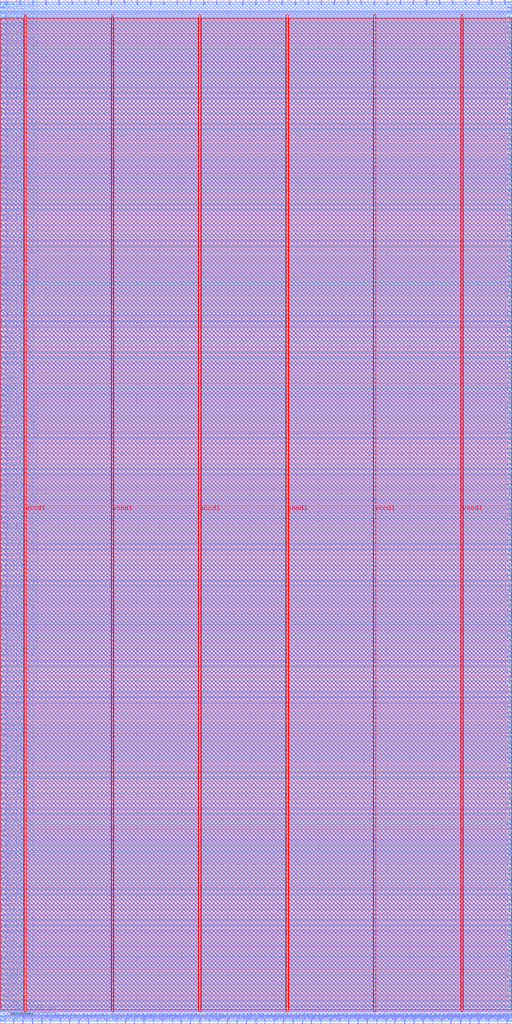
<source format=lef>
VERSION 5.7 ;
  NOWIREEXTENSIONATPIN ON ;
  DIVIDERCHAR "/" ;
  BUSBITCHARS "[]" ;
MACRO ExperiarCore
  CLASS BLOCK ;
  FOREIGN ExperiarCore ;
  ORIGIN 0.000 0.000 ;
  SIZE 450.000 BY 900.000 ;
  PIN addr0[0]
    DIRECTION OUTPUT TRISTATE ;
    USE SIGNAL ;
    PORT
      LAYER met3 ;
        RECT 0.000 57.840 4.000 58.440 ;
    END
  END addr0[0]
  PIN addr0[1]
    DIRECTION OUTPUT TRISTATE ;
    USE SIGNAL ;
    PORT
      LAYER met3 ;
        RECT 0.000 62.600 4.000 63.200 ;
    END
  END addr0[1]
  PIN addr0[2]
    DIRECTION OUTPUT TRISTATE ;
    USE SIGNAL ;
    PORT
      LAYER met3 ;
        RECT 0.000 67.360 4.000 67.960 ;
    END
  END addr0[2]
  PIN addr0[3]
    DIRECTION OUTPUT TRISTATE ;
    USE SIGNAL ;
    PORT
      LAYER met3 ;
        RECT 0.000 71.440 4.000 72.040 ;
    END
  END addr0[3]
  PIN addr0[4]
    DIRECTION OUTPUT TRISTATE ;
    USE SIGNAL ;
    PORT
      LAYER met3 ;
        RECT 0.000 76.200 4.000 76.800 ;
    END
  END addr0[4]
  PIN addr0[5]
    DIRECTION OUTPUT TRISTATE ;
    USE SIGNAL ;
    PORT
      LAYER met3 ;
        RECT 0.000 80.960 4.000 81.560 ;
    END
  END addr0[5]
  PIN addr0[6]
    DIRECTION OUTPUT TRISTATE ;
    USE SIGNAL ;
    PORT
      LAYER met3 ;
        RECT 0.000 85.720 4.000 86.320 ;
    END
  END addr0[6]
  PIN addr0[7]
    DIRECTION OUTPUT TRISTATE ;
    USE SIGNAL ;
    PORT
      LAYER met3 ;
        RECT 0.000 90.480 4.000 91.080 ;
    END
  END addr0[7]
  PIN addr0[8]
    DIRECTION OUTPUT TRISTATE ;
    USE SIGNAL ;
    PORT
      LAYER met3 ;
        RECT 0.000 95.240 4.000 95.840 ;
    END
  END addr0[8]
  PIN addr1[0]
    DIRECTION OUTPUT TRISTATE ;
    USE SIGNAL ;
    PORT
      LAYER met3 ;
        RECT 0.000 561.720 4.000 562.320 ;
    END
  END addr1[0]
  PIN addr1[1]
    DIRECTION OUTPUT TRISTATE ;
    USE SIGNAL ;
    PORT
      LAYER met3 ;
        RECT 0.000 566.480 4.000 567.080 ;
    END
  END addr1[1]
  PIN addr1[2]
    DIRECTION OUTPUT TRISTATE ;
    USE SIGNAL ;
    PORT
      LAYER met3 ;
        RECT 0.000 570.560 4.000 571.160 ;
    END
  END addr1[2]
  PIN addr1[3]
    DIRECTION OUTPUT TRISTATE ;
    USE SIGNAL ;
    PORT
      LAYER met3 ;
        RECT 0.000 575.320 4.000 575.920 ;
    END
  END addr1[3]
  PIN addr1[4]
    DIRECTION OUTPUT TRISTATE ;
    USE SIGNAL ;
    PORT
      LAYER met3 ;
        RECT 0.000 580.080 4.000 580.680 ;
    END
  END addr1[4]
  PIN addr1[5]
    DIRECTION OUTPUT TRISTATE ;
    USE SIGNAL ;
    PORT
      LAYER met3 ;
        RECT 0.000 584.840 4.000 585.440 ;
    END
  END addr1[5]
  PIN addr1[6]
    DIRECTION OUTPUT TRISTATE ;
    USE SIGNAL ;
    PORT
      LAYER met3 ;
        RECT 0.000 589.600 4.000 590.200 ;
    END
  END addr1[6]
  PIN addr1[7]
    DIRECTION OUTPUT TRISTATE ;
    USE SIGNAL ;
    PORT
      LAYER met3 ;
        RECT 0.000 594.360 4.000 594.960 ;
    END
  END addr1[7]
  PIN addr1[8]
    DIRECTION OUTPUT TRISTATE ;
    USE SIGNAL ;
    PORT
      LAYER met3 ;
        RECT 0.000 599.120 4.000 599.720 ;
    END
  END addr1[8]
  PIN clk0
    DIRECTION OUTPUT TRISTATE ;
    USE SIGNAL ;
    PORT
      LAYER met3 ;
        RECT 0.000 20.440 4.000 21.040 ;
    END
  END clk0
  PIN clk1
    DIRECTION OUTPUT TRISTATE ;
    USE SIGNAL ;
    PORT
      LAYER met3 ;
        RECT 0.000 547.440 4.000 548.040 ;
    END
  END clk1
  PIN coreIndex[0]
    DIRECTION INPUT ;
    USE SIGNAL ;
    PORT
      LAYER met2 ;
        RECT 5.610 896.000 5.890 900.000 ;
    END
  END coreIndex[0]
  PIN coreIndex[1]
    DIRECTION INPUT ;
    USE SIGNAL ;
    PORT
      LAYER met2 ;
        RECT 17.110 896.000 17.390 900.000 ;
    END
  END coreIndex[1]
  PIN coreIndex[2]
    DIRECTION INPUT ;
    USE SIGNAL ;
    PORT
      LAYER met2 ;
        RECT 28.610 896.000 28.890 900.000 ;
    END
  END coreIndex[2]
  PIN coreIndex[3]
    DIRECTION INPUT ;
    USE SIGNAL ;
    PORT
      LAYER met2 ;
        RECT 40.110 896.000 40.390 900.000 ;
    END
  END coreIndex[3]
  PIN coreIndex[4]
    DIRECTION INPUT ;
    USE SIGNAL ;
    PORT
      LAYER met2 ;
        RECT 51.610 896.000 51.890 900.000 ;
    END
  END coreIndex[4]
  PIN coreIndex[5]
    DIRECTION INPUT ;
    USE SIGNAL ;
    PORT
      LAYER met2 ;
        RECT 63.110 896.000 63.390 900.000 ;
    END
  END coreIndex[5]
  PIN coreIndex[6]
    DIRECTION INPUT ;
    USE SIGNAL ;
    PORT
      LAYER met2 ;
        RECT 74.610 896.000 74.890 900.000 ;
    END
  END coreIndex[6]
  PIN coreIndex[7]
    DIRECTION INPUT ;
    USE SIGNAL ;
    PORT
      LAYER met2 ;
        RECT 86.110 896.000 86.390 900.000 ;
    END
  END coreIndex[7]
  PIN core_wb_ack_i
    DIRECTION INPUT ;
    USE SIGNAL ;
    PORT
      LAYER met3 ;
        RECT 446.000 10.920 450.000 11.520 ;
    END
  END core_wb_ack_i
  PIN core_wb_adr_o[0]
    DIRECTION OUTPUT TRISTATE ;
    USE SIGNAL ;
    PORT
      LAYER met3 ;
        RECT 446.000 37.440 450.000 38.040 ;
    END
  END core_wb_adr_o[0]
  PIN core_wb_adr_o[10]
    DIRECTION OUTPUT TRISTATE ;
    USE SIGNAL ;
    PORT
      LAYER met3 ;
        RECT 446.000 189.080 450.000 189.680 ;
    END
  END core_wb_adr_o[10]
  PIN core_wb_adr_o[11]
    DIRECTION OUTPUT TRISTATE ;
    USE SIGNAL ;
    PORT
      LAYER met3 ;
        RECT 446.000 202.000 450.000 202.600 ;
    END
  END core_wb_adr_o[11]
  PIN core_wb_adr_o[12]
    DIRECTION OUTPUT TRISTATE ;
    USE SIGNAL ;
    PORT
      LAYER met3 ;
        RECT 446.000 215.600 450.000 216.200 ;
    END
  END core_wb_adr_o[12]
  PIN core_wb_adr_o[13]
    DIRECTION OUTPUT TRISTATE ;
    USE SIGNAL ;
    PORT
      LAYER met3 ;
        RECT 446.000 229.200 450.000 229.800 ;
    END
  END core_wb_adr_o[13]
  PIN core_wb_adr_o[14]
    DIRECTION OUTPUT TRISTATE ;
    USE SIGNAL ;
    PORT
      LAYER met3 ;
        RECT 446.000 242.120 450.000 242.720 ;
    END
  END core_wb_adr_o[14]
  PIN core_wb_adr_o[15]
    DIRECTION OUTPUT TRISTATE ;
    USE SIGNAL ;
    PORT
      LAYER met3 ;
        RECT 446.000 255.720 450.000 256.320 ;
    END
  END core_wb_adr_o[15]
  PIN core_wb_adr_o[16]
    DIRECTION OUTPUT TRISTATE ;
    USE SIGNAL ;
    PORT
      LAYER met3 ;
        RECT 446.000 269.320 450.000 269.920 ;
    END
  END core_wb_adr_o[16]
  PIN core_wb_adr_o[17]
    DIRECTION OUTPUT TRISTATE ;
    USE SIGNAL ;
    PORT
      LAYER met3 ;
        RECT 446.000 282.240 450.000 282.840 ;
    END
  END core_wb_adr_o[17]
  PIN core_wb_adr_o[18]
    DIRECTION OUTPUT TRISTATE ;
    USE SIGNAL ;
    PORT
      LAYER met3 ;
        RECT 446.000 295.840 450.000 296.440 ;
    END
  END core_wb_adr_o[18]
  PIN core_wb_adr_o[19]
    DIRECTION OUTPUT TRISTATE ;
    USE SIGNAL ;
    PORT
      LAYER met3 ;
        RECT 446.000 309.440 450.000 310.040 ;
    END
  END core_wb_adr_o[19]
  PIN core_wb_adr_o[1]
    DIRECTION OUTPUT TRISTATE ;
    USE SIGNAL ;
    PORT
      LAYER met3 ;
        RECT 446.000 55.120 450.000 55.720 ;
    END
  END core_wb_adr_o[1]
  PIN core_wb_adr_o[20]
    DIRECTION OUTPUT TRISTATE ;
    USE SIGNAL ;
    PORT
      LAYER met3 ;
        RECT 446.000 322.360 450.000 322.960 ;
    END
  END core_wb_adr_o[20]
  PIN core_wb_adr_o[21]
    DIRECTION OUTPUT TRISTATE ;
    USE SIGNAL ;
    PORT
      LAYER met3 ;
        RECT 446.000 335.960 450.000 336.560 ;
    END
  END core_wb_adr_o[21]
  PIN core_wb_adr_o[22]
    DIRECTION OUTPUT TRISTATE ;
    USE SIGNAL ;
    PORT
      LAYER met3 ;
        RECT 446.000 349.560 450.000 350.160 ;
    END
  END core_wb_adr_o[22]
  PIN core_wb_adr_o[23]
    DIRECTION OUTPUT TRISTATE ;
    USE SIGNAL ;
    PORT
      LAYER met3 ;
        RECT 446.000 362.480 450.000 363.080 ;
    END
  END core_wb_adr_o[23]
  PIN core_wb_adr_o[24]
    DIRECTION OUTPUT TRISTATE ;
    USE SIGNAL ;
    PORT
      LAYER met3 ;
        RECT 446.000 376.080 450.000 376.680 ;
    END
  END core_wb_adr_o[24]
  PIN core_wb_adr_o[25]
    DIRECTION OUTPUT TRISTATE ;
    USE SIGNAL ;
    PORT
      LAYER met3 ;
        RECT 446.000 389.680 450.000 390.280 ;
    END
  END core_wb_adr_o[25]
  PIN core_wb_adr_o[26]
    DIRECTION OUTPUT TRISTATE ;
    USE SIGNAL ;
    PORT
      LAYER met3 ;
        RECT 446.000 402.600 450.000 403.200 ;
    END
  END core_wb_adr_o[26]
  PIN core_wb_adr_o[27]
    DIRECTION OUTPUT TRISTATE ;
    USE SIGNAL ;
    PORT
      LAYER met3 ;
        RECT 446.000 416.200 450.000 416.800 ;
    END
  END core_wb_adr_o[27]
  PIN core_wb_adr_o[2]
    DIRECTION OUTPUT TRISTATE ;
    USE SIGNAL ;
    PORT
      LAYER met3 ;
        RECT 446.000 72.800 450.000 73.400 ;
    END
  END core_wb_adr_o[2]
  PIN core_wb_adr_o[3]
    DIRECTION OUTPUT TRISTATE ;
    USE SIGNAL ;
    PORT
      LAYER met3 ;
        RECT 446.000 91.160 450.000 91.760 ;
    END
  END core_wb_adr_o[3]
  PIN core_wb_adr_o[4]
    DIRECTION OUTPUT TRISTATE ;
    USE SIGNAL ;
    PORT
      LAYER met3 ;
        RECT 446.000 108.840 450.000 109.440 ;
    END
  END core_wb_adr_o[4]
  PIN core_wb_adr_o[5]
    DIRECTION OUTPUT TRISTATE ;
    USE SIGNAL ;
    PORT
      LAYER met3 ;
        RECT 446.000 121.760 450.000 122.360 ;
    END
  END core_wb_adr_o[5]
  PIN core_wb_adr_o[6]
    DIRECTION OUTPUT TRISTATE ;
    USE SIGNAL ;
    PORT
      LAYER met3 ;
        RECT 446.000 135.360 450.000 135.960 ;
    END
  END core_wb_adr_o[6]
  PIN core_wb_adr_o[7]
    DIRECTION OUTPUT TRISTATE ;
    USE SIGNAL ;
    PORT
      LAYER met3 ;
        RECT 446.000 148.960 450.000 149.560 ;
    END
  END core_wb_adr_o[7]
  PIN core_wb_adr_o[8]
    DIRECTION OUTPUT TRISTATE ;
    USE SIGNAL ;
    PORT
      LAYER met3 ;
        RECT 446.000 161.880 450.000 162.480 ;
    END
  END core_wb_adr_o[8]
  PIN core_wb_adr_o[9]
    DIRECTION OUTPUT TRISTATE ;
    USE SIGNAL ;
    PORT
      LAYER met3 ;
        RECT 446.000 175.480 450.000 176.080 ;
    END
  END core_wb_adr_o[9]
  PIN core_wb_cyc_o
    DIRECTION OUTPUT TRISTATE ;
    USE SIGNAL ;
    PORT
      LAYER met3 ;
        RECT 446.000 15.000 450.000 15.600 ;
    END
  END core_wb_cyc_o
  PIN core_wb_data_i[0]
    DIRECTION INPUT ;
    USE SIGNAL ;
    PORT
      LAYER met3 ;
        RECT 446.000 41.520 450.000 42.120 ;
    END
  END core_wb_data_i[0]
  PIN core_wb_data_i[10]
    DIRECTION INPUT ;
    USE SIGNAL ;
    PORT
      LAYER met3 ;
        RECT 446.000 193.160 450.000 193.760 ;
    END
  END core_wb_data_i[10]
  PIN core_wb_data_i[11]
    DIRECTION INPUT ;
    USE SIGNAL ;
    PORT
      LAYER met3 ;
        RECT 446.000 206.760 450.000 207.360 ;
    END
  END core_wb_data_i[11]
  PIN core_wb_data_i[12]
    DIRECTION INPUT ;
    USE SIGNAL ;
    PORT
      LAYER met3 ;
        RECT 446.000 220.360 450.000 220.960 ;
    END
  END core_wb_data_i[12]
  PIN core_wb_data_i[13]
    DIRECTION INPUT ;
    USE SIGNAL ;
    PORT
      LAYER met3 ;
        RECT 446.000 233.280 450.000 233.880 ;
    END
  END core_wb_data_i[13]
  PIN core_wb_data_i[14]
    DIRECTION INPUT ;
    USE SIGNAL ;
    PORT
      LAYER met3 ;
        RECT 446.000 246.880 450.000 247.480 ;
    END
  END core_wb_data_i[14]
  PIN core_wb_data_i[15]
    DIRECTION INPUT ;
    USE SIGNAL ;
    PORT
      LAYER met3 ;
        RECT 446.000 260.480 450.000 261.080 ;
    END
  END core_wb_data_i[15]
  PIN core_wb_data_i[16]
    DIRECTION INPUT ;
    USE SIGNAL ;
    PORT
      LAYER met3 ;
        RECT 446.000 273.400 450.000 274.000 ;
    END
  END core_wb_data_i[16]
  PIN core_wb_data_i[17]
    DIRECTION INPUT ;
    USE SIGNAL ;
    PORT
      LAYER met3 ;
        RECT 446.000 287.000 450.000 287.600 ;
    END
  END core_wb_data_i[17]
  PIN core_wb_data_i[18]
    DIRECTION INPUT ;
    USE SIGNAL ;
    PORT
      LAYER met3 ;
        RECT 446.000 300.600 450.000 301.200 ;
    END
  END core_wb_data_i[18]
  PIN core_wb_data_i[19]
    DIRECTION INPUT ;
    USE SIGNAL ;
    PORT
      LAYER met3 ;
        RECT 446.000 313.520 450.000 314.120 ;
    END
  END core_wb_data_i[19]
  PIN core_wb_data_i[1]
    DIRECTION INPUT ;
    USE SIGNAL ;
    PORT
      LAYER met3 ;
        RECT 446.000 59.880 450.000 60.480 ;
    END
  END core_wb_data_i[1]
  PIN core_wb_data_i[20]
    DIRECTION INPUT ;
    USE SIGNAL ;
    PORT
      LAYER met3 ;
        RECT 446.000 327.120 450.000 327.720 ;
    END
  END core_wb_data_i[20]
  PIN core_wb_data_i[21]
    DIRECTION INPUT ;
    USE SIGNAL ;
    PORT
      LAYER met3 ;
        RECT 446.000 340.720 450.000 341.320 ;
    END
  END core_wb_data_i[21]
  PIN core_wb_data_i[22]
    DIRECTION INPUT ;
    USE SIGNAL ;
    PORT
      LAYER met3 ;
        RECT 446.000 353.640 450.000 354.240 ;
    END
  END core_wb_data_i[22]
  PIN core_wb_data_i[23]
    DIRECTION INPUT ;
    USE SIGNAL ;
    PORT
      LAYER met3 ;
        RECT 446.000 367.240 450.000 367.840 ;
    END
  END core_wb_data_i[23]
  PIN core_wb_data_i[24]
    DIRECTION INPUT ;
    USE SIGNAL ;
    PORT
      LAYER met3 ;
        RECT 446.000 380.840 450.000 381.440 ;
    END
  END core_wb_data_i[24]
  PIN core_wb_data_i[25]
    DIRECTION INPUT ;
    USE SIGNAL ;
    PORT
      LAYER met3 ;
        RECT 446.000 393.760 450.000 394.360 ;
    END
  END core_wb_data_i[25]
  PIN core_wb_data_i[26]
    DIRECTION INPUT ;
    USE SIGNAL ;
    PORT
      LAYER met3 ;
        RECT 446.000 407.360 450.000 407.960 ;
    END
  END core_wb_data_i[26]
  PIN core_wb_data_i[27]
    DIRECTION INPUT ;
    USE SIGNAL ;
    PORT
      LAYER met3 ;
        RECT 446.000 420.960 450.000 421.560 ;
    END
  END core_wb_data_i[27]
  PIN core_wb_data_i[28]
    DIRECTION INPUT ;
    USE SIGNAL ;
    PORT
      LAYER met3 ;
        RECT 446.000 429.800 450.000 430.400 ;
    END
  END core_wb_data_i[28]
  PIN core_wb_data_i[29]
    DIRECTION INPUT ;
    USE SIGNAL ;
    PORT
      LAYER met3 ;
        RECT 446.000 438.640 450.000 439.240 ;
    END
  END core_wb_data_i[29]
  PIN core_wb_data_i[2]
    DIRECTION INPUT ;
    USE SIGNAL ;
    PORT
      LAYER met3 ;
        RECT 446.000 77.560 450.000 78.160 ;
    END
  END core_wb_data_i[2]
  PIN core_wb_data_i[30]
    DIRECTION INPUT ;
    USE SIGNAL ;
    PORT
      LAYER met3 ;
        RECT 446.000 447.480 450.000 448.080 ;
    END
  END core_wb_data_i[30]
  PIN core_wb_data_i[31]
    DIRECTION INPUT ;
    USE SIGNAL ;
    PORT
      LAYER met3 ;
        RECT 446.000 456.320 450.000 456.920 ;
    END
  END core_wb_data_i[31]
  PIN core_wb_data_i[3]
    DIRECTION INPUT ;
    USE SIGNAL ;
    PORT
      LAYER met3 ;
        RECT 446.000 95.240 450.000 95.840 ;
    END
  END core_wb_data_i[3]
  PIN core_wb_data_i[4]
    DIRECTION INPUT ;
    USE SIGNAL ;
    PORT
      LAYER met3 ;
        RECT 446.000 112.920 450.000 113.520 ;
    END
  END core_wb_data_i[4]
  PIN core_wb_data_i[5]
    DIRECTION INPUT ;
    USE SIGNAL ;
    PORT
      LAYER met3 ;
        RECT 446.000 126.520 450.000 127.120 ;
    END
  END core_wb_data_i[5]
  PIN core_wb_data_i[6]
    DIRECTION INPUT ;
    USE SIGNAL ;
    PORT
      LAYER met3 ;
        RECT 446.000 140.120 450.000 140.720 ;
    END
  END core_wb_data_i[6]
  PIN core_wb_data_i[7]
    DIRECTION INPUT ;
    USE SIGNAL ;
    PORT
      LAYER met3 ;
        RECT 446.000 153.040 450.000 153.640 ;
    END
  END core_wb_data_i[7]
  PIN core_wb_data_i[8]
    DIRECTION INPUT ;
    USE SIGNAL ;
    PORT
      LAYER met3 ;
        RECT 446.000 166.640 450.000 167.240 ;
    END
  END core_wb_data_i[8]
  PIN core_wb_data_i[9]
    DIRECTION INPUT ;
    USE SIGNAL ;
    PORT
      LAYER met3 ;
        RECT 446.000 180.240 450.000 180.840 ;
    END
  END core_wb_data_i[9]
  PIN core_wb_data_o[0]
    DIRECTION OUTPUT TRISTATE ;
    USE SIGNAL ;
    PORT
      LAYER met3 ;
        RECT 446.000 46.280 450.000 46.880 ;
    END
  END core_wb_data_o[0]
  PIN core_wb_data_o[10]
    DIRECTION OUTPUT TRISTATE ;
    USE SIGNAL ;
    PORT
      LAYER met3 ;
        RECT 446.000 197.920 450.000 198.520 ;
    END
  END core_wb_data_o[10]
  PIN core_wb_data_o[11]
    DIRECTION OUTPUT TRISTATE ;
    USE SIGNAL ;
    PORT
      LAYER met3 ;
        RECT 446.000 211.520 450.000 212.120 ;
    END
  END core_wb_data_o[11]
  PIN core_wb_data_o[12]
    DIRECTION OUTPUT TRISTATE ;
    USE SIGNAL ;
    PORT
      LAYER met3 ;
        RECT 446.000 224.440 450.000 225.040 ;
    END
  END core_wb_data_o[12]
  PIN core_wb_data_o[13]
    DIRECTION OUTPUT TRISTATE ;
    USE SIGNAL ;
    PORT
      LAYER met3 ;
        RECT 446.000 238.040 450.000 238.640 ;
    END
  END core_wb_data_o[13]
  PIN core_wb_data_o[14]
    DIRECTION OUTPUT TRISTATE ;
    USE SIGNAL ;
    PORT
      LAYER met3 ;
        RECT 446.000 251.640 450.000 252.240 ;
    END
  END core_wb_data_o[14]
  PIN core_wb_data_o[15]
    DIRECTION OUTPUT TRISTATE ;
    USE SIGNAL ;
    PORT
      LAYER met3 ;
        RECT 446.000 264.560 450.000 265.160 ;
    END
  END core_wb_data_o[15]
  PIN core_wb_data_o[16]
    DIRECTION OUTPUT TRISTATE ;
    USE SIGNAL ;
    PORT
      LAYER met3 ;
        RECT 446.000 278.160 450.000 278.760 ;
    END
  END core_wb_data_o[16]
  PIN core_wb_data_o[17]
    DIRECTION OUTPUT TRISTATE ;
    USE SIGNAL ;
    PORT
      LAYER met3 ;
        RECT 446.000 291.760 450.000 292.360 ;
    END
  END core_wb_data_o[17]
  PIN core_wb_data_o[18]
    DIRECTION OUTPUT TRISTATE ;
    USE SIGNAL ;
    PORT
      LAYER met3 ;
        RECT 446.000 304.680 450.000 305.280 ;
    END
  END core_wb_data_o[18]
  PIN core_wb_data_o[19]
    DIRECTION OUTPUT TRISTATE ;
    USE SIGNAL ;
    PORT
      LAYER met3 ;
        RECT 446.000 318.280 450.000 318.880 ;
    END
  END core_wb_data_o[19]
  PIN core_wb_data_o[1]
    DIRECTION OUTPUT TRISTATE ;
    USE SIGNAL ;
    PORT
      LAYER met3 ;
        RECT 446.000 63.960 450.000 64.560 ;
    END
  END core_wb_data_o[1]
  PIN core_wb_data_o[20]
    DIRECTION OUTPUT TRISTATE ;
    USE SIGNAL ;
    PORT
      LAYER met3 ;
        RECT 446.000 331.880 450.000 332.480 ;
    END
  END core_wb_data_o[20]
  PIN core_wb_data_o[21]
    DIRECTION OUTPUT TRISTATE ;
    USE SIGNAL ;
    PORT
      LAYER met3 ;
        RECT 446.000 344.800 450.000 345.400 ;
    END
  END core_wb_data_o[21]
  PIN core_wb_data_o[22]
    DIRECTION OUTPUT TRISTATE ;
    USE SIGNAL ;
    PORT
      LAYER met3 ;
        RECT 446.000 358.400 450.000 359.000 ;
    END
  END core_wb_data_o[22]
  PIN core_wb_data_o[23]
    DIRECTION OUTPUT TRISTATE ;
    USE SIGNAL ;
    PORT
      LAYER met3 ;
        RECT 446.000 372.000 450.000 372.600 ;
    END
  END core_wb_data_o[23]
  PIN core_wb_data_o[24]
    DIRECTION OUTPUT TRISTATE ;
    USE SIGNAL ;
    PORT
      LAYER met3 ;
        RECT 446.000 384.920 450.000 385.520 ;
    END
  END core_wb_data_o[24]
  PIN core_wb_data_o[25]
    DIRECTION OUTPUT TRISTATE ;
    USE SIGNAL ;
    PORT
      LAYER met3 ;
        RECT 446.000 398.520 450.000 399.120 ;
    END
  END core_wb_data_o[25]
  PIN core_wb_data_o[26]
    DIRECTION OUTPUT TRISTATE ;
    USE SIGNAL ;
    PORT
      LAYER met3 ;
        RECT 446.000 412.120 450.000 412.720 ;
    END
  END core_wb_data_o[26]
  PIN core_wb_data_o[27]
    DIRECTION OUTPUT TRISTATE ;
    USE SIGNAL ;
    PORT
      LAYER met3 ;
        RECT 446.000 425.040 450.000 425.640 ;
    END
  END core_wb_data_o[27]
  PIN core_wb_data_o[28]
    DIRECTION OUTPUT TRISTATE ;
    USE SIGNAL ;
    PORT
      LAYER met3 ;
        RECT 446.000 433.880 450.000 434.480 ;
    END
  END core_wb_data_o[28]
  PIN core_wb_data_o[29]
    DIRECTION OUTPUT TRISTATE ;
    USE SIGNAL ;
    PORT
      LAYER met3 ;
        RECT 446.000 442.720 450.000 443.320 ;
    END
  END core_wb_data_o[29]
  PIN core_wb_data_o[2]
    DIRECTION OUTPUT TRISTATE ;
    USE SIGNAL ;
    PORT
      LAYER met3 ;
        RECT 446.000 81.640 450.000 82.240 ;
    END
  END core_wb_data_o[2]
  PIN core_wb_data_o[30]
    DIRECTION OUTPUT TRISTATE ;
    USE SIGNAL ;
    PORT
      LAYER met3 ;
        RECT 446.000 452.240 450.000 452.840 ;
    END
  END core_wb_data_o[30]
  PIN core_wb_data_o[31]
    DIRECTION OUTPUT TRISTATE ;
    USE SIGNAL ;
    PORT
      LAYER met3 ;
        RECT 446.000 461.080 450.000 461.680 ;
    END
  END core_wb_data_o[31]
  PIN core_wb_data_o[3]
    DIRECTION OUTPUT TRISTATE ;
    USE SIGNAL ;
    PORT
      LAYER met3 ;
        RECT 446.000 100.000 450.000 100.600 ;
    END
  END core_wb_data_o[3]
  PIN core_wb_data_o[4]
    DIRECTION OUTPUT TRISTATE ;
    USE SIGNAL ;
    PORT
      LAYER met3 ;
        RECT 446.000 117.680 450.000 118.280 ;
    END
  END core_wb_data_o[4]
  PIN core_wb_data_o[5]
    DIRECTION OUTPUT TRISTATE ;
    USE SIGNAL ;
    PORT
      LAYER met3 ;
        RECT 446.000 131.280 450.000 131.880 ;
    END
  END core_wb_data_o[5]
  PIN core_wb_data_o[6]
    DIRECTION OUTPUT TRISTATE ;
    USE SIGNAL ;
    PORT
      LAYER met3 ;
        RECT 446.000 144.200 450.000 144.800 ;
    END
  END core_wb_data_o[6]
  PIN core_wb_data_o[7]
    DIRECTION OUTPUT TRISTATE ;
    USE SIGNAL ;
    PORT
      LAYER met3 ;
        RECT 446.000 157.800 450.000 158.400 ;
    END
  END core_wb_data_o[7]
  PIN core_wb_data_o[8]
    DIRECTION OUTPUT TRISTATE ;
    USE SIGNAL ;
    PORT
      LAYER met3 ;
        RECT 446.000 171.400 450.000 172.000 ;
    END
  END core_wb_data_o[8]
  PIN core_wb_data_o[9]
    DIRECTION OUTPUT TRISTATE ;
    USE SIGNAL ;
    PORT
      LAYER met3 ;
        RECT 446.000 184.320 450.000 184.920 ;
    END
  END core_wb_data_o[9]
  PIN core_wb_error_i
    DIRECTION INPUT ;
    USE SIGNAL ;
    PORT
      LAYER met3 ;
        RECT 446.000 19.760 450.000 20.360 ;
    END
  END core_wb_error_i
  PIN core_wb_sel_o[0]
    DIRECTION OUTPUT TRISTATE ;
    USE SIGNAL ;
    PORT
      LAYER met3 ;
        RECT 446.000 51.040 450.000 51.640 ;
    END
  END core_wb_sel_o[0]
  PIN core_wb_sel_o[1]
    DIRECTION OUTPUT TRISTATE ;
    USE SIGNAL ;
    PORT
      LAYER met3 ;
        RECT 446.000 68.720 450.000 69.320 ;
    END
  END core_wb_sel_o[1]
  PIN core_wb_sel_o[2]
    DIRECTION OUTPUT TRISTATE ;
    USE SIGNAL ;
    PORT
      LAYER met3 ;
        RECT 446.000 86.400 450.000 87.000 ;
    END
  END core_wb_sel_o[2]
  PIN core_wb_sel_o[3]
    DIRECTION OUTPUT TRISTATE ;
    USE SIGNAL ;
    PORT
      LAYER met3 ;
        RECT 446.000 104.080 450.000 104.680 ;
    END
  END core_wb_sel_o[3]
  PIN core_wb_stall_i
    DIRECTION INPUT ;
    USE SIGNAL ;
    PORT
      LAYER met3 ;
        RECT 446.000 23.840 450.000 24.440 ;
    END
  END core_wb_stall_i
  PIN core_wb_stb_o
    DIRECTION OUTPUT TRISTATE ;
    USE SIGNAL ;
    PORT
      LAYER met3 ;
        RECT 446.000 28.600 450.000 29.200 ;
    END
  END core_wb_stb_o
  PIN core_wb_we_o
    DIRECTION OUTPUT TRISTATE ;
    USE SIGNAL ;
    PORT
      LAYER met3 ;
        RECT 446.000 32.680 450.000 33.280 ;
    END
  END core_wb_we_o
  PIN csb0[0]
    DIRECTION OUTPUT TRISTATE ;
    USE SIGNAL ;
    PORT
      LAYER met3 ;
        RECT 0.000 25.200 4.000 25.800 ;
    END
  END csb0[0]
  PIN csb0[1]
    DIRECTION OUTPUT TRISTATE ;
    USE SIGNAL ;
    PORT
      LAYER met3 ;
        RECT 0.000 29.960 4.000 30.560 ;
    END
  END csb0[1]
  PIN csb1[0]
    DIRECTION OUTPUT TRISTATE ;
    USE SIGNAL ;
    PORT
      LAYER met3 ;
        RECT 0.000 552.200 4.000 552.800 ;
    END
  END csb1[0]
  PIN csb1[1]
    DIRECTION OUTPUT TRISTATE ;
    USE SIGNAL ;
    PORT
      LAYER met3 ;
        RECT 0.000 556.960 4.000 557.560 ;
    END
  END csb1[1]
  PIN din0[0]
    DIRECTION OUTPUT TRISTATE ;
    USE SIGNAL ;
    PORT
      LAYER met3 ;
        RECT 0.000 100.000 4.000 100.600 ;
    END
  END din0[0]
  PIN din0[10]
    DIRECTION OUTPUT TRISTATE ;
    USE SIGNAL ;
    PORT
      LAYER met3 ;
        RECT 0.000 146.240 4.000 146.840 ;
    END
  END din0[10]
  PIN din0[11]
    DIRECTION OUTPUT TRISTATE ;
    USE SIGNAL ;
    PORT
      LAYER met3 ;
        RECT 0.000 151.000 4.000 151.600 ;
    END
  END din0[11]
  PIN din0[12]
    DIRECTION OUTPUT TRISTATE ;
    USE SIGNAL ;
    PORT
      LAYER met3 ;
        RECT 0.000 155.760 4.000 156.360 ;
    END
  END din0[12]
  PIN din0[13]
    DIRECTION OUTPUT TRISTATE ;
    USE SIGNAL ;
    PORT
      LAYER met3 ;
        RECT 0.000 160.520 4.000 161.120 ;
    END
  END din0[13]
  PIN din0[14]
    DIRECTION OUTPUT TRISTATE ;
    USE SIGNAL ;
    PORT
      LAYER met3 ;
        RECT 0.000 165.280 4.000 165.880 ;
    END
  END din0[14]
  PIN din0[15]
    DIRECTION OUTPUT TRISTATE ;
    USE SIGNAL ;
    PORT
      LAYER met3 ;
        RECT 0.000 169.360 4.000 169.960 ;
    END
  END din0[15]
  PIN din0[16]
    DIRECTION OUTPUT TRISTATE ;
    USE SIGNAL ;
    PORT
      LAYER met3 ;
        RECT 0.000 174.120 4.000 174.720 ;
    END
  END din0[16]
  PIN din0[17]
    DIRECTION OUTPUT TRISTATE ;
    USE SIGNAL ;
    PORT
      LAYER met3 ;
        RECT 0.000 178.880 4.000 179.480 ;
    END
  END din0[17]
  PIN din0[18]
    DIRECTION OUTPUT TRISTATE ;
    USE SIGNAL ;
    PORT
      LAYER met3 ;
        RECT 0.000 183.640 4.000 184.240 ;
    END
  END din0[18]
  PIN din0[19]
    DIRECTION OUTPUT TRISTATE ;
    USE SIGNAL ;
    PORT
      LAYER met3 ;
        RECT 0.000 188.400 4.000 189.000 ;
    END
  END din0[19]
  PIN din0[1]
    DIRECTION OUTPUT TRISTATE ;
    USE SIGNAL ;
    PORT
      LAYER met3 ;
        RECT 0.000 104.080 4.000 104.680 ;
    END
  END din0[1]
  PIN din0[20]
    DIRECTION OUTPUT TRISTATE ;
    USE SIGNAL ;
    PORT
      LAYER met3 ;
        RECT 0.000 193.160 4.000 193.760 ;
    END
  END din0[20]
  PIN din0[21]
    DIRECTION OUTPUT TRISTATE ;
    USE SIGNAL ;
    PORT
      LAYER met3 ;
        RECT 0.000 197.920 4.000 198.520 ;
    END
  END din0[21]
  PIN din0[22]
    DIRECTION OUTPUT TRISTATE ;
    USE SIGNAL ;
    PORT
      LAYER met3 ;
        RECT 0.000 202.000 4.000 202.600 ;
    END
  END din0[22]
  PIN din0[23]
    DIRECTION OUTPUT TRISTATE ;
    USE SIGNAL ;
    PORT
      LAYER met3 ;
        RECT 0.000 206.760 4.000 207.360 ;
    END
  END din0[23]
  PIN din0[24]
    DIRECTION OUTPUT TRISTATE ;
    USE SIGNAL ;
    PORT
      LAYER met3 ;
        RECT 0.000 211.520 4.000 212.120 ;
    END
  END din0[24]
  PIN din0[25]
    DIRECTION OUTPUT TRISTATE ;
    USE SIGNAL ;
    PORT
      LAYER met3 ;
        RECT 0.000 216.280 4.000 216.880 ;
    END
  END din0[25]
  PIN din0[26]
    DIRECTION OUTPUT TRISTATE ;
    USE SIGNAL ;
    PORT
      LAYER met3 ;
        RECT 0.000 221.040 4.000 221.640 ;
    END
  END din0[26]
  PIN din0[27]
    DIRECTION OUTPUT TRISTATE ;
    USE SIGNAL ;
    PORT
      LAYER met3 ;
        RECT 0.000 225.800 4.000 226.400 ;
    END
  END din0[27]
  PIN din0[28]
    DIRECTION OUTPUT TRISTATE ;
    USE SIGNAL ;
    PORT
      LAYER met3 ;
        RECT 0.000 230.560 4.000 231.160 ;
    END
  END din0[28]
  PIN din0[29]
    DIRECTION OUTPUT TRISTATE ;
    USE SIGNAL ;
    PORT
      LAYER met3 ;
        RECT 0.000 235.320 4.000 235.920 ;
    END
  END din0[29]
  PIN din0[2]
    DIRECTION OUTPUT TRISTATE ;
    USE SIGNAL ;
    PORT
      LAYER met3 ;
        RECT 0.000 108.840 4.000 109.440 ;
    END
  END din0[2]
  PIN din0[30]
    DIRECTION OUTPUT TRISTATE ;
    USE SIGNAL ;
    PORT
      LAYER met3 ;
        RECT 0.000 239.400 4.000 240.000 ;
    END
  END din0[30]
  PIN din0[31]
    DIRECTION OUTPUT TRISTATE ;
    USE SIGNAL ;
    PORT
      LAYER met3 ;
        RECT 0.000 244.160 4.000 244.760 ;
    END
  END din0[31]
  PIN din0[3]
    DIRECTION OUTPUT TRISTATE ;
    USE SIGNAL ;
    PORT
      LAYER met3 ;
        RECT 0.000 113.600 4.000 114.200 ;
    END
  END din0[3]
  PIN din0[4]
    DIRECTION OUTPUT TRISTATE ;
    USE SIGNAL ;
    PORT
      LAYER met3 ;
        RECT 0.000 118.360 4.000 118.960 ;
    END
  END din0[4]
  PIN din0[5]
    DIRECTION OUTPUT TRISTATE ;
    USE SIGNAL ;
    PORT
      LAYER met3 ;
        RECT 0.000 123.120 4.000 123.720 ;
    END
  END din0[5]
  PIN din0[6]
    DIRECTION OUTPUT TRISTATE ;
    USE SIGNAL ;
    PORT
      LAYER met3 ;
        RECT 0.000 127.880 4.000 128.480 ;
    END
  END din0[6]
  PIN din0[7]
    DIRECTION OUTPUT TRISTATE ;
    USE SIGNAL ;
    PORT
      LAYER met3 ;
        RECT 0.000 132.640 4.000 133.240 ;
    END
  END din0[7]
  PIN din0[8]
    DIRECTION OUTPUT TRISTATE ;
    USE SIGNAL ;
    PORT
      LAYER met3 ;
        RECT 0.000 136.720 4.000 137.320 ;
    END
  END din0[8]
  PIN din0[9]
    DIRECTION OUTPUT TRISTATE ;
    USE SIGNAL ;
    PORT
      LAYER met3 ;
        RECT 0.000 141.480 4.000 142.080 ;
    END
  END din0[9]
  PIN dout0[0]
    DIRECTION INPUT ;
    USE SIGNAL ;
    PORT
      LAYER met3 ;
        RECT 0.000 248.920 4.000 249.520 ;
    END
  END dout0[0]
  PIN dout0[10]
    DIRECTION INPUT ;
    USE SIGNAL ;
    PORT
      LAYER met3 ;
        RECT 0.000 295.840 4.000 296.440 ;
    END
  END dout0[10]
  PIN dout0[11]
    DIRECTION INPUT ;
    USE SIGNAL ;
    PORT
      LAYER met3 ;
        RECT 0.000 300.600 4.000 301.200 ;
    END
  END dout0[11]
  PIN dout0[12]
    DIRECTION INPUT ;
    USE SIGNAL ;
    PORT
      LAYER met3 ;
        RECT 0.000 304.680 4.000 305.280 ;
    END
  END dout0[12]
  PIN dout0[13]
    DIRECTION INPUT ;
    USE SIGNAL ;
    PORT
      LAYER met3 ;
        RECT 0.000 309.440 4.000 310.040 ;
    END
  END dout0[13]
  PIN dout0[14]
    DIRECTION INPUT ;
    USE SIGNAL ;
    PORT
      LAYER met3 ;
        RECT 0.000 314.200 4.000 314.800 ;
    END
  END dout0[14]
  PIN dout0[15]
    DIRECTION INPUT ;
    USE SIGNAL ;
    PORT
      LAYER met3 ;
        RECT 0.000 318.960 4.000 319.560 ;
    END
  END dout0[15]
  PIN dout0[16]
    DIRECTION INPUT ;
    USE SIGNAL ;
    PORT
      LAYER met3 ;
        RECT 0.000 323.720 4.000 324.320 ;
    END
  END dout0[16]
  PIN dout0[17]
    DIRECTION INPUT ;
    USE SIGNAL ;
    PORT
      LAYER met3 ;
        RECT 0.000 328.480 4.000 329.080 ;
    END
  END dout0[17]
  PIN dout0[18]
    DIRECTION INPUT ;
    USE SIGNAL ;
    PORT
      LAYER met3 ;
        RECT 0.000 333.240 4.000 333.840 ;
    END
  END dout0[18]
  PIN dout0[19]
    DIRECTION INPUT ;
    USE SIGNAL ;
    PORT
      LAYER met3 ;
        RECT 0.000 337.320 4.000 337.920 ;
    END
  END dout0[19]
  PIN dout0[1]
    DIRECTION INPUT ;
    USE SIGNAL ;
    PORT
      LAYER met3 ;
        RECT 0.000 253.680 4.000 254.280 ;
    END
  END dout0[1]
  PIN dout0[20]
    DIRECTION INPUT ;
    USE SIGNAL ;
    PORT
      LAYER met3 ;
        RECT 0.000 342.080 4.000 342.680 ;
    END
  END dout0[20]
  PIN dout0[21]
    DIRECTION INPUT ;
    USE SIGNAL ;
    PORT
      LAYER met3 ;
        RECT 0.000 346.840 4.000 347.440 ;
    END
  END dout0[21]
  PIN dout0[22]
    DIRECTION INPUT ;
    USE SIGNAL ;
    PORT
      LAYER met3 ;
        RECT 0.000 351.600 4.000 352.200 ;
    END
  END dout0[22]
  PIN dout0[23]
    DIRECTION INPUT ;
    USE SIGNAL ;
    PORT
      LAYER met3 ;
        RECT 0.000 356.360 4.000 356.960 ;
    END
  END dout0[23]
  PIN dout0[24]
    DIRECTION INPUT ;
    USE SIGNAL ;
    PORT
      LAYER met3 ;
        RECT 0.000 361.120 4.000 361.720 ;
    END
  END dout0[24]
  PIN dout0[25]
    DIRECTION INPUT ;
    USE SIGNAL ;
    PORT
      LAYER met3 ;
        RECT 0.000 365.880 4.000 366.480 ;
    END
  END dout0[25]
  PIN dout0[26]
    DIRECTION INPUT ;
    USE SIGNAL ;
    PORT
      LAYER met3 ;
        RECT 0.000 369.960 4.000 370.560 ;
    END
  END dout0[26]
  PIN dout0[27]
    DIRECTION INPUT ;
    USE SIGNAL ;
    PORT
      LAYER met3 ;
        RECT 0.000 374.720 4.000 375.320 ;
    END
  END dout0[27]
  PIN dout0[28]
    DIRECTION INPUT ;
    USE SIGNAL ;
    PORT
      LAYER met3 ;
        RECT 0.000 379.480 4.000 380.080 ;
    END
  END dout0[28]
  PIN dout0[29]
    DIRECTION INPUT ;
    USE SIGNAL ;
    PORT
      LAYER met3 ;
        RECT 0.000 384.240 4.000 384.840 ;
    END
  END dout0[29]
  PIN dout0[2]
    DIRECTION INPUT ;
    USE SIGNAL ;
    PORT
      LAYER met3 ;
        RECT 0.000 258.440 4.000 259.040 ;
    END
  END dout0[2]
  PIN dout0[30]
    DIRECTION INPUT ;
    USE SIGNAL ;
    PORT
      LAYER met3 ;
        RECT 0.000 389.000 4.000 389.600 ;
    END
  END dout0[30]
  PIN dout0[31]
    DIRECTION INPUT ;
    USE SIGNAL ;
    PORT
      LAYER met3 ;
        RECT 0.000 393.760 4.000 394.360 ;
    END
  END dout0[31]
  PIN dout0[32]
    DIRECTION INPUT ;
    USE SIGNAL ;
    PORT
      LAYER met3 ;
        RECT 0.000 398.520 4.000 399.120 ;
    END
  END dout0[32]
  PIN dout0[33]
    DIRECTION INPUT ;
    USE SIGNAL ;
    PORT
      LAYER met3 ;
        RECT 0.000 402.600 4.000 403.200 ;
    END
  END dout0[33]
  PIN dout0[34]
    DIRECTION INPUT ;
    USE SIGNAL ;
    PORT
      LAYER met3 ;
        RECT 0.000 407.360 4.000 407.960 ;
    END
  END dout0[34]
  PIN dout0[35]
    DIRECTION INPUT ;
    USE SIGNAL ;
    PORT
      LAYER met3 ;
        RECT 0.000 412.120 4.000 412.720 ;
    END
  END dout0[35]
  PIN dout0[36]
    DIRECTION INPUT ;
    USE SIGNAL ;
    PORT
      LAYER met3 ;
        RECT 0.000 416.880 4.000 417.480 ;
    END
  END dout0[36]
  PIN dout0[37]
    DIRECTION INPUT ;
    USE SIGNAL ;
    PORT
      LAYER met3 ;
        RECT 0.000 421.640 4.000 422.240 ;
    END
  END dout0[37]
  PIN dout0[38]
    DIRECTION INPUT ;
    USE SIGNAL ;
    PORT
      LAYER met3 ;
        RECT 0.000 426.400 4.000 427.000 ;
    END
  END dout0[38]
  PIN dout0[39]
    DIRECTION INPUT ;
    USE SIGNAL ;
    PORT
      LAYER met3 ;
        RECT 0.000 431.160 4.000 431.760 ;
    END
  END dout0[39]
  PIN dout0[3]
    DIRECTION INPUT ;
    USE SIGNAL ;
    PORT
      LAYER met3 ;
        RECT 0.000 263.200 4.000 263.800 ;
    END
  END dout0[3]
  PIN dout0[40]
    DIRECTION INPUT ;
    USE SIGNAL ;
    PORT
      LAYER met3 ;
        RECT 0.000 435.240 4.000 435.840 ;
    END
  END dout0[40]
  PIN dout0[41]
    DIRECTION INPUT ;
    USE SIGNAL ;
    PORT
      LAYER met3 ;
        RECT 0.000 440.000 4.000 440.600 ;
    END
  END dout0[41]
  PIN dout0[42]
    DIRECTION INPUT ;
    USE SIGNAL ;
    PORT
      LAYER met3 ;
        RECT 0.000 444.760 4.000 445.360 ;
    END
  END dout0[42]
  PIN dout0[43]
    DIRECTION INPUT ;
    USE SIGNAL ;
    PORT
      LAYER met3 ;
        RECT 0.000 449.520 4.000 450.120 ;
    END
  END dout0[43]
  PIN dout0[44]
    DIRECTION INPUT ;
    USE SIGNAL ;
    PORT
      LAYER met3 ;
        RECT 0.000 454.280 4.000 454.880 ;
    END
  END dout0[44]
  PIN dout0[45]
    DIRECTION INPUT ;
    USE SIGNAL ;
    PORT
      LAYER met3 ;
        RECT 0.000 459.040 4.000 459.640 ;
    END
  END dout0[45]
  PIN dout0[46]
    DIRECTION INPUT ;
    USE SIGNAL ;
    PORT
      LAYER met3 ;
        RECT 0.000 463.800 4.000 464.400 ;
    END
  END dout0[46]
  PIN dout0[47]
    DIRECTION INPUT ;
    USE SIGNAL ;
    PORT
      LAYER met3 ;
        RECT 0.000 468.560 4.000 469.160 ;
    END
  END dout0[47]
  PIN dout0[48]
    DIRECTION INPUT ;
    USE SIGNAL ;
    PORT
      LAYER met3 ;
        RECT 0.000 472.640 4.000 473.240 ;
    END
  END dout0[48]
  PIN dout0[49]
    DIRECTION INPUT ;
    USE SIGNAL ;
    PORT
      LAYER met3 ;
        RECT 0.000 477.400 4.000 478.000 ;
    END
  END dout0[49]
  PIN dout0[4]
    DIRECTION INPUT ;
    USE SIGNAL ;
    PORT
      LAYER met3 ;
        RECT 0.000 267.960 4.000 268.560 ;
    END
  END dout0[4]
  PIN dout0[50]
    DIRECTION INPUT ;
    USE SIGNAL ;
    PORT
      LAYER met3 ;
        RECT 0.000 482.160 4.000 482.760 ;
    END
  END dout0[50]
  PIN dout0[51]
    DIRECTION INPUT ;
    USE SIGNAL ;
    PORT
      LAYER met3 ;
        RECT 0.000 486.920 4.000 487.520 ;
    END
  END dout0[51]
  PIN dout0[52]
    DIRECTION INPUT ;
    USE SIGNAL ;
    PORT
      LAYER met3 ;
        RECT 0.000 491.680 4.000 492.280 ;
    END
  END dout0[52]
  PIN dout0[53]
    DIRECTION INPUT ;
    USE SIGNAL ;
    PORT
      LAYER met3 ;
        RECT 0.000 496.440 4.000 497.040 ;
    END
  END dout0[53]
  PIN dout0[54]
    DIRECTION INPUT ;
    USE SIGNAL ;
    PORT
      LAYER met3 ;
        RECT 0.000 501.200 4.000 501.800 ;
    END
  END dout0[54]
  PIN dout0[55]
    DIRECTION INPUT ;
    USE SIGNAL ;
    PORT
      LAYER met3 ;
        RECT 0.000 505.280 4.000 505.880 ;
    END
  END dout0[55]
  PIN dout0[56]
    DIRECTION INPUT ;
    USE SIGNAL ;
    PORT
      LAYER met3 ;
        RECT 0.000 510.040 4.000 510.640 ;
    END
  END dout0[56]
  PIN dout0[57]
    DIRECTION INPUT ;
    USE SIGNAL ;
    PORT
      LAYER met3 ;
        RECT 0.000 514.800 4.000 515.400 ;
    END
  END dout0[57]
  PIN dout0[58]
    DIRECTION INPUT ;
    USE SIGNAL ;
    PORT
      LAYER met3 ;
        RECT 0.000 519.560 4.000 520.160 ;
    END
  END dout0[58]
  PIN dout0[59]
    DIRECTION INPUT ;
    USE SIGNAL ;
    PORT
      LAYER met3 ;
        RECT 0.000 524.320 4.000 524.920 ;
    END
  END dout0[59]
  PIN dout0[5]
    DIRECTION INPUT ;
    USE SIGNAL ;
    PORT
      LAYER met3 ;
        RECT 0.000 272.040 4.000 272.640 ;
    END
  END dout0[5]
  PIN dout0[60]
    DIRECTION INPUT ;
    USE SIGNAL ;
    PORT
      LAYER met3 ;
        RECT 0.000 529.080 4.000 529.680 ;
    END
  END dout0[60]
  PIN dout0[61]
    DIRECTION INPUT ;
    USE SIGNAL ;
    PORT
      LAYER met3 ;
        RECT 0.000 533.840 4.000 534.440 ;
    END
  END dout0[61]
  PIN dout0[62]
    DIRECTION INPUT ;
    USE SIGNAL ;
    PORT
      LAYER met3 ;
        RECT 0.000 537.920 4.000 538.520 ;
    END
  END dout0[62]
  PIN dout0[63]
    DIRECTION INPUT ;
    USE SIGNAL ;
    PORT
      LAYER met3 ;
        RECT 0.000 542.680 4.000 543.280 ;
    END
  END dout0[63]
  PIN dout0[6]
    DIRECTION INPUT ;
    USE SIGNAL ;
    PORT
      LAYER met3 ;
        RECT 0.000 276.800 4.000 277.400 ;
    END
  END dout0[6]
  PIN dout0[7]
    DIRECTION INPUT ;
    USE SIGNAL ;
    PORT
      LAYER met3 ;
        RECT 0.000 281.560 4.000 282.160 ;
    END
  END dout0[7]
  PIN dout0[8]
    DIRECTION INPUT ;
    USE SIGNAL ;
    PORT
      LAYER met3 ;
        RECT 0.000 286.320 4.000 286.920 ;
    END
  END dout0[8]
  PIN dout0[9]
    DIRECTION INPUT ;
    USE SIGNAL ;
    PORT
      LAYER met3 ;
        RECT 0.000 291.080 4.000 291.680 ;
    END
  END dout0[9]
  PIN dout1[0]
    DIRECTION INPUT ;
    USE SIGNAL ;
    PORT
      LAYER met3 ;
        RECT 0.000 603.200 4.000 603.800 ;
    END
  END dout1[0]
  PIN dout1[10]
    DIRECTION INPUT ;
    USE SIGNAL ;
    PORT
      LAYER met3 ;
        RECT 0.000 650.120 4.000 650.720 ;
    END
  END dout1[10]
  PIN dout1[11]
    DIRECTION INPUT ;
    USE SIGNAL ;
    PORT
      LAYER met3 ;
        RECT 0.000 654.880 4.000 655.480 ;
    END
  END dout1[11]
  PIN dout1[12]
    DIRECTION INPUT ;
    USE SIGNAL ;
    PORT
      LAYER met3 ;
        RECT 0.000 659.640 4.000 660.240 ;
    END
  END dout1[12]
  PIN dout1[13]
    DIRECTION INPUT ;
    USE SIGNAL ;
    PORT
      LAYER met3 ;
        RECT 0.000 664.400 4.000 665.000 ;
    END
  END dout1[13]
  PIN dout1[14]
    DIRECTION INPUT ;
    USE SIGNAL ;
    PORT
      LAYER met3 ;
        RECT 0.000 668.480 4.000 669.080 ;
    END
  END dout1[14]
  PIN dout1[15]
    DIRECTION INPUT ;
    USE SIGNAL ;
    PORT
      LAYER met3 ;
        RECT 0.000 673.240 4.000 673.840 ;
    END
  END dout1[15]
  PIN dout1[16]
    DIRECTION INPUT ;
    USE SIGNAL ;
    PORT
      LAYER met3 ;
        RECT 0.000 678.000 4.000 678.600 ;
    END
  END dout1[16]
  PIN dout1[17]
    DIRECTION INPUT ;
    USE SIGNAL ;
    PORT
      LAYER met3 ;
        RECT 0.000 682.760 4.000 683.360 ;
    END
  END dout1[17]
  PIN dout1[18]
    DIRECTION INPUT ;
    USE SIGNAL ;
    PORT
      LAYER met3 ;
        RECT 0.000 687.520 4.000 688.120 ;
    END
  END dout1[18]
  PIN dout1[19]
    DIRECTION INPUT ;
    USE SIGNAL ;
    PORT
      LAYER met3 ;
        RECT 0.000 692.280 4.000 692.880 ;
    END
  END dout1[19]
  PIN dout1[1]
    DIRECTION INPUT ;
    USE SIGNAL ;
    PORT
      LAYER met3 ;
        RECT 0.000 607.960 4.000 608.560 ;
    END
  END dout1[1]
  PIN dout1[20]
    DIRECTION INPUT ;
    USE SIGNAL ;
    PORT
      LAYER met3 ;
        RECT 0.000 697.040 4.000 697.640 ;
    END
  END dout1[20]
  PIN dout1[21]
    DIRECTION INPUT ;
    USE SIGNAL ;
    PORT
      LAYER met3 ;
        RECT 0.000 701.800 4.000 702.400 ;
    END
  END dout1[21]
  PIN dout1[22]
    DIRECTION INPUT ;
    USE SIGNAL ;
    PORT
      LAYER met3 ;
        RECT 0.000 705.880 4.000 706.480 ;
    END
  END dout1[22]
  PIN dout1[23]
    DIRECTION INPUT ;
    USE SIGNAL ;
    PORT
      LAYER met3 ;
        RECT 0.000 710.640 4.000 711.240 ;
    END
  END dout1[23]
  PIN dout1[24]
    DIRECTION INPUT ;
    USE SIGNAL ;
    PORT
      LAYER met3 ;
        RECT 0.000 715.400 4.000 716.000 ;
    END
  END dout1[24]
  PIN dout1[25]
    DIRECTION INPUT ;
    USE SIGNAL ;
    PORT
      LAYER met3 ;
        RECT 0.000 720.160 4.000 720.760 ;
    END
  END dout1[25]
  PIN dout1[26]
    DIRECTION INPUT ;
    USE SIGNAL ;
    PORT
      LAYER met3 ;
        RECT 0.000 724.920 4.000 725.520 ;
    END
  END dout1[26]
  PIN dout1[27]
    DIRECTION INPUT ;
    USE SIGNAL ;
    PORT
      LAYER met3 ;
        RECT 0.000 729.680 4.000 730.280 ;
    END
  END dout1[27]
  PIN dout1[28]
    DIRECTION INPUT ;
    USE SIGNAL ;
    PORT
      LAYER met3 ;
        RECT 0.000 734.440 4.000 735.040 ;
    END
  END dout1[28]
  PIN dout1[29]
    DIRECTION INPUT ;
    USE SIGNAL ;
    PORT
      LAYER met3 ;
        RECT 0.000 738.520 4.000 739.120 ;
    END
  END dout1[29]
  PIN dout1[2]
    DIRECTION INPUT ;
    USE SIGNAL ;
    PORT
      LAYER met3 ;
        RECT 0.000 612.720 4.000 613.320 ;
    END
  END dout1[2]
  PIN dout1[30]
    DIRECTION INPUT ;
    USE SIGNAL ;
    PORT
      LAYER met3 ;
        RECT 0.000 743.280 4.000 743.880 ;
    END
  END dout1[30]
  PIN dout1[31]
    DIRECTION INPUT ;
    USE SIGNAL ;
    PORT
      LAYER met3 ;
        RECT 0.000 748.040 4.000 748.640 ;
    END
  END dout1[31]
  PIN dout1[32]
    DIRECTION INPUT ;
    USE SIGNAL ;
    PORT
      LAYER met3 ;
        RECT 0.000 752.800 4.000 753.400 ;
    END
  END dout1[32]
  PIN dout1[33]
    DIRECTION INPUT ;
    USE SIGNAL ;
    PORT
      LAYER met3 ;
        RECT 0.000 757.560 4.000 758.160 ;
    END
  END dout1[33]
  PIN dout1[34]
    DIRECTION INPUT ;
    USE SIGNAL ;
    PORT
      LAYER met3 ;
        RECT 0.000 762.320 4.000 762.920 ;
    END
  END dout1[34]
  PIN dout1[35]
    DIRECTION INPUT ;
    USE SIGNAL ;
    PORT
      LAYER met3 ;
        RECT 0.000 767.080 4.000 767.680 ;
    END
  END dout1[35]
  PIN dout1[36]
    DIRECTION INPUT ;
    USE SIGNAL ;
    PORT
      LAYER met3 ;
        RECT 0.000 771.160 4.000 771.760 ;
    END
  END dout1[36]
  PIN dout1[37]
    DIRECTION INPUT ;
    USE SIGNAL ;
    PORT
      LAYER met3 ;
        RECT 0.000 775.920 4.000 776.520 ;
    END
  END dout1[37]
  PIN dout1[38]
    DIRECTION INPUT ;
    USE SIGNAL ;
    PORT
      LAYER met3 ;
        RECT 0.000 780.680 4.000 781.280 ;
    END
  END dout1[38]
  PIN dout1[39]
    DIRECTION INPUT ;
    USE SIGNAL ;
    PORT
      LAYER met3 ;
        RECT 0.000 785.440 4.000 786.040 ;
    END
  END dout1[39]
  PIN dout1[3]
    DIRECTION INPUT ;
    USE SIGNAL ;
    PORT
      LAYER met3 ;
        RECT 0.000 617.480 4.000 618.080 ;
    END
  END dout1[3]
  PIN dout1[40]
    DIRECTION INPUT ;
    USE SIGNAL ;
    PORT
      LAYER met3 ;
        RECT 0.000 790.200 4.000 790.800 ;
    END
  END dout1[40]
  PIN dout1[41]
    DIRECTION INPUT ;
    USE SIGNAL ;
    PORT
      LAYER met3 ;
        RECT 0.000 794.960 4.000 795.560 ;
    END
  END dout1[41]
  PIN dout1[42]
    DIRECTION INPUT ;
    USE SIGNAL ;
    PORT
      LAYER met3 ;
        RECT 0.000 799.720 4.000 800.320 ;
    END
  END dout1[42]
  PIN dout1[43]
    DIRECTION INPUT ;
    USE SIGNAL ;
    PORT
      LAYER met3 ;
        RECT 0.000 803.800 4.000 804.400 ;
    END
  END dout1[43]
  PIN dout1[44]
    DIRECTION INPUT ;
    USE SIGNAL ;
    PORT
      LAYER met3 ;
        RECT 0.000 808.560 4.000 809.160 ;
    END
  END dout1[44]
  PIN dout1[45]
    DIRECTION INPUT ;
    USE SIGNAL ;
    PORT
      LAYER met3 ;
        RECT 0.000 813.320 4.000 813.920 ;
    END
  END dout1[45]
  PIN dout1[46]
    DIRECTION INPUT ;
    USE SIGNAL ;
    PORT
      LAYER met3 ;
        RECT 0.000 818.080 4.000 818.680 ;
    END
  END dout1[46]
  PIN dout1[47]
    DIRECTION INPUT ;
    USE SIGNAL ;
    PORT
      LAYER met3 ;
        RECT 0.000 822.840 4.000 823.440 ;
    END
  END dout1[47]
  PIN dout1[48]
    DIRECTION INPUT ;
    USE SIGNAL ;
    PORT
      LAYER met3 ;
        RECT 0.000 827.600 4.000 828.200 ;
    END
  END dout1[48]
  PIN dout1[49]
    DIRECTION INPUT ;
    USE SIGNAL ;
    PORT
      LAYER met3 ;
        RECT 0.000 832.360 4.000 832.960 ;
    END
  END dout1[49]
  PIN dout1[4]
    DIRECTION INPUT ;
    USE SIGNAL ;
    PORT
      LAYER met3 ;
        RECT 0.000 622.240 4.000 622.840 ;
    END
  END dout1[4]
  PIN dout1[50]
    DIRECTION INPUT ;
    USE SIGNAL ;
    PORT
      LAYER met3 ;
        RECT 0.000 836.440 4.000 837.040 ;
    END
  END dout1[50]
  PIN dout1[51]
    DIRECTION INPUT ;
    USE SIGNAL ;
    PORT
      LAYER met3 ;
        RECT 0.000 841.200 4.000 841.800 ;
    END
  END dout1[51]
  PIN dout1[52]
    DIRECTION INPUT ;
    USE SIGNAL ;
    PORT
      LAYER met3 ;
        RECT 0.000 845.960 4.000 846.560 ;
    END
  END dout1[52]
  PIN dout1[53]
    DIRECTION INPUT ;
    USE SIGNAL ;
    PORT
      LAYER met3 ;
        RECT 0.000 850.720 4.000 851.320 ;
    END
  END dout1[53]
  PIN dout1[54]
    DIRECTION INPUT ;
    USE SIGNAL ;
    PORT
      LAYER met3 ;
        RECT 0.000 855.480 4.000 856.080 ;
    END
  END dout1[54]
  PIN dout1[55]
    DIRECTION INPUT ;
    USE SIGNAL ;
    PORT
      LAYER met3 ;
        RECT 0.000 860.240 4.000 860.840 ;
    END
  END dout1[55]
  PIN dout1[56]
    DIRECTION INPUT ;
    USE SIGNAL ;
    PORT
      LAYER met3 ;
        RECT 0.000 865.000 4.000 865.600 ;
    END
  END dout1[56]
  PIN dout1[57]
    DIRECTION INPUT ;
    USE SIGNAL ;
    PORT
      LAYER met3 ;
        RECT 0.000 869.080 4.000 869.680 ;
    END
  END dout1[57]
  PIN dout1[58]
    DIRECTION INPUT ;
    USE SIGNAL ;
    PORT
      LAYER met3 ;
        RECT 0.000 873.840 4.000 874.440 ;
    END
  END dout1[58]
  PIN dout1[59]
    DIRECTION INPUT ;
    USE SIGNAL ;
    PORT
      LAYER met3 ;
        RECT 0.000 878.600 4.000 879.200 ;
    END
  END dout1[59]
  PIN dout1[5]
    DIRECTION INPUT ;
    USE SIGNAL ;
    PORT
      LAYER met3 ;
        RECT 0.000 627.000 4.000 627.600 ;
    END
  END dout1[5]
  PIN dout1[60]
    DIRECTION INPUT ;
    USE SIGNAL ;
    PORT
      LAYER met3 ;
        RECT 0.000 883.360 4.000 883.960 ;
    END
  END dout1[60]
  PIN dout1[61]
    DIRECTION INPUT ;
    USE SIGNAL ;
    PORT
      LAYER met3 ;
        RECT 0.000 888.120 4.000 888.720 ;
    END
  END dout1[61]
  PIN dout1[62]
    DIRECTION INPUT ;
    USE SIGNAL ;
    PORT
      LAYER met3 ;
        RECT 0.000 892.880 4.000 893.480 ;
    END
  END dout1[62]
  PIN dout1[63]
    DIRECTION INPUT ;
    USE SIGNAL ;
    PORT
      LAYER met3 ;
        RECT 0.000 897.640 4.000 898.240 ;
    END
  END dout1[63]
  PIN dout1[6]
    DIRECTION INPUT ;
    USE SIGNAL ;
    PORT
      LAYER met3 ;
        RECT 0.000 631.760 4.000 632.360 ;
    END
  END dout1[6]
  PIN dout1[7]
    DIRECTION INPUT ;
    USE SIGNAL ;
    PORT
      LAYER met3 ;
        RECT 0.000 635.840 4.000 636.440 ;
    END
  END dout1[7]
  PIN dout1[8]
    DIRECTION INPUT ;
    USE SIGNAL ;
    PORT
      LAYER met3 ;
        RECT 0.000 640.600 4.000 641.200 ;
    END
  END dout1[8]
  PIN dout1[9]
    DIRECTION INPUT ;
    USE SIGNAL ;
    PORT
      LAYER met3 ;
        RECT 0.000 645.360 4.000 645.960 ;
    END
  END dout1[9]
  PIN jtag_tck
    DIRECTION INPUT ;
    USE SIGNAL ;
    PORT
      LAYER met3 ;
        RECT 0.000 2.080 4.000 2.680 ;
    END
  END jtag_tck
  PIN jtag_tdi
    DIRECTION INPUT ;
    USE SIGNAL ;
    PORT
      LAYER met3 ;
        RECT 0.000 6.160 4.000 6.760 ;
    END
  END jtag_tdi
  PIN jtag_tdo
    DIRECTION OUTPUT TRISTATE ;
    USE SIGNAL ;
    PORT
      LAYER met3 ;
        RECT 0.000 10.920 4.000 11.520 ;
    END
  END jtag_tdo
  PIN jtag_tms
    DIRECTION INPUT ;
    USE SIGNAL ;
    PORT
      LAYER met3 ;
        RECT 0.000 15.680 4.000 16.280 ;
    END
  END jtag_tms
  PIN localMemory_wb_ack_o
    DIRECTION OUTPUT TRISTATE ;
    USE SIGNAL ;
    PORT
      LAYER met3 ;
        RECT 446.000 465.160 450.000 465.760 ;
    END
  END localMemory_wb_ack_o
  PIN localMemory_wb_adr_i[0]
    DIRECTION INPUT ;
    USE SIGNAL ;
    PORT
      LAYER met3 ;
        RECT 446.000 491.680 450.000 492.280 ;
    END
  END localMemory_wb_adr_i[0]
  PIN localMemory_wb_adr_i[10]
    DIRECTION INPUT ;
    USE SIGNAL ;
    PORT
      LAYER met3 ;
        RECT 446.000 643.320 450.000 643.920 ;
    END
  END localMemory_wb_adr_i[10]
  PIN localMemory_wb_adr_i[11]
    DIRECTION INPUT ;
    USE SIGNAL ;
    PORT
      LAYER met3 ;
        RECT 446.000 656.920 450.000 657.520 ;
    END
  END localMemory_wb_adr_i[11]
  PIN localMemory_wb_adr_i[12]
    DIRECTION INPUT ;
    USE SIGNAL ;
    PORT
      LAYER met3 ;
        RECT 446.000 670.520 450.000 671.120 ;
    END
  END localMemory_wb_adr_i[12]
  PIN localMemory_wb_adr_i[13]
    DIRECTION INPUT ;
    USE SIGNAL ;
    PORT
      LAYER met3 ;
        RECT 446.000 683.440 450.000 684.040 ;
    END
  END localMemory_wb_adr_i[13]
  PIN localMemory_wb_adr_i[14]
    DIRECTION INPUT ;
    USE SIGNAL ;
    PORT
      LAYER met3 ;
        RECT 446.000 697.040 450.000 697.640 ;
    END
  END localMemory_wb_adr_i[14]
  PIN localMemory_wb_adr_i[15]
    DIRECTION INPUT ;
    USE SIGNAL ;
    PORT
      LAYER met3 ;
        RECT 446.000 710.640 450.000 711.240 ;
    END
  END localMemory_wb_adr_i[15]
  PIN localMemory_wb_adr_i[16]
    DIRECTION INPUT ;
    USE SIGNAL ;
    PORT
      LAYER met3 ;
        RECT 446.000 723.560 450.000 724.160 ;
    END
  END localMemory_wb_adr_i[16]
  PIN localMemory_wb_adr_i[17]
    DIRECTION INPUT ;
    USE SIGNAL ;
    PORT
      LAYER met3 ;
        RECT 446.000 737.160 450.000 737.760 ;
    END
  END localMemory_wb_adr_i[17]
  PIN localMemory_wb_adr_i[18]
    DIRECTION INPUT ;
    USE SIGNAL ;
    PORT
      LAYER met3 ;
        RECT 446.000 750.760 450.000 751.360 ;
    END
  END localMemory_wb_adr_i[18]
  PIN localMemory_wb_adr_i[19]
    DIRECTION INPUT ;
    USE SIGNAL ;
    PORT
      LAYER met3 ;
        RECT 446.000 763.680 450.000 764.280 ;
    END
  END localMemory_wb_adr_i[19]
  PIN localMemory_wb_adr_i[1]
    DIRECTION INPUT ;
    USE SIGNAL ;
    PORT
      LAYER met3 ;
        RECT 446.000 510.040 450.000 510.640 ;
    END
  END localMemory_wb_adr_i[1]
  PIN localMemory_wb_adr_i[20]
    DIRECTION INPUT ;
    USE SIGNAL ;
    PORT
      LAYER met3 ;
        RECT 446.000 777.280 450.000 777.880 ;
    END
  END localMemory_wb_adr_i[20]
  PIN localMemory_wb_adr_i[21]
    DIRECTION INPUT ;
    USE SIGNAL ;
    PORT
      LAYER met3 ;
        RECT 446.000 790.880 450.000 791.480 ;
    END
  END localMemory_wb_adr_i[21]
  PIN localMemory_wb_adr_i[22]
    DIRECTION INPUT ;
    USE SIGNAL ;
    PORT
      LAYER met3 ;
        RECT 446.000 803.800 450.000 804.400 ;
    END
  END localMemory_wb_adr_i[22]
  PIN localMemory_wb_adr_i[23]
    DIRECTION INPUT ;
    USE SIGNAL ;
    PORT
      LAYER met3 ;
        RECT 446.000 817.400 450.000 818.000 ;
    END
  END localMemory_wb_adr_i[23]
  PIN localMemory_wb_adr_i[2]
    DIRECTION INPUT ;
    USE SIGNAL ;
    PORT
      LAYER met3 ;
        RECT 446.000 527.720 450.000 528.320 ;
    END
  END localMemory_wb_adr_i[2]
  PIN localMemory_wb_adr_i[3]
    DIRECTION INPUT ;
    USE SIGNAL ;
    PORT
      LAYER met3 ;
        RECT 446.000 545.400 450.000 546.000 ;
    END
  END localMemory_wb_adr_i[3]
  PIN localMemory_wb_adr_i[4]
    DIRECTION INPUT ;
    USE SIGNAL ;
    PORT
      LAYER met3 ;
        RECT 446.000 563.080 450.000 563.680 ;
    END
  END localMemory_wb_adr_i[4]
  PIN localMemory_wb_adr_i[5]
    DIRECTION INPUT ;
    USE SIGNAL ;
    PORT
      LAYER met3 ;
        RECT 446.000 576.680 450.000 577.280 ;
    END
  END localMemory_wb_adr_i[5]
  PIN localMemory_wb_adr_i[6]
    DIRECTION INPUT ;
    USE SIGNAL ;
    PORT
      LAYER met3 ;
        RECT 446.000 590.280 450.000 590.880 ;
    END
  END localMemory_wb_adr_i[6]
  PIN localMemory_wb_adr_i[7]
    DIRECTION INPUT ;
    USE SIGNAL ;
    PORT
      LAYER met3 ;
        RECT 446.000 603.200 450.000 603.800 ;
    END
  END localMemory_wb_adr_i[7]
  PIN localMemory_wb_adr_i[8]
    DIRECTION INPUT ;
    USE SIGNAL ;
    PORT
      LAYER met3 ;
        RECT 446.000 616.800 450.000 617.400 ;
    END
  END localMemory_wb_adr_i[8]
  PIN localMemory_wb_adr_i[9]
    DIRECTION INPUT ;
    USE SIGNAL ;
    PORT
      LAYER met3 ;
        RECT 446.000 630.400 450.000 631.000 ;
    END
  END localMemory_wb_adr_i[9]
  PIN localMemory_wb_cyc_i
    DIRECTION INPUT ;
    USE SIGNAL ;
    PORT
      LAYER met3 ;
        RECT 446.000 469.920 450.000 470.520 ;
    END
  END localMemory_wb_cyc_i
  PIN localMemory_wb_data_i[0]
    DIRECTION INPUT ;
    USE SIGNAL ;
    PORT
      LAYER met3 ;
        RECT 446.000 496.440 450.000 497.040 ;
    END
  END localMemory_wb_data_i[0]
  PIN localMemory_wb_data_i[10]
    DIRECTION INPUT ;
    USE SIGNAL ;
    PORT
      LAYER met3 ;
        RECT 446.000 648.080 450.000 648.680 ;
    END
  END localMemory_wb_data_i[10]
  PIN localMemory_wb_data_i[11]
    DIRECTION INPUT ;
    USE SIGNAL ;
    PORT
      LAYER met3 ;
        RECT 446.000 661.680 450.000 662.280 ;
    END
  END localMemory_wb_data_i[11]
  PIN localMemory_wb_data_i[12]
    DIRECTION INPUT ;
    USE SIGNAL ;
    PORT
      LAYER met3 ;
        RECT 446.000 674.600 450.000 675.200 ;
    END
  END localMemory_wb_data_i[12]
  PIN localMemory_wb_data_i[13]
    DIRECTION INPUT ;
    USE SIGNAL ;
    PORT
      LAYER met3 ;
        RECT 446.000 688.200 450.000 688.800 ;
    END
  END localMemory_wb_data_i[13]
  PIN localMemory_wb_data_i[14]
    DIRECTION INPUT ;
    USE SIGNAL ;
    PORT
      LAYER met3 ;
        RECT 446.000 701.800 450.000 702.400 ;
    END
  END localMemory_wb_data_i[14]
  PIN localMemory_wb_data_i[15]
    DIRECTION INPUT ;
    USE SIGNAL ;
    PORT
      LAYER met3 ;
        RECT 446.000 714.720 450.000 715.320 ;
    END
  END localMemory_wb_data_i[15]
  PIN localMemory_wb_data_i[16]
    DIRECTION INPUT ;
    USE SIGNAL ;
    PORT
      LAYER met3 ;
        RECT 446.000 728.320 450.000 728.920 ;
    END
  END localMemory_wb_data_i[16]
  PIN localMemory_wb_data_i[17]
    DIRECTION INPUT ;
    USE SIGNAL ;
    PORT
      LAYER met3 ;
        RECT 446.000 741.920 450.000 742.520 ;
    END
  END localMemory_wb_data_i[17]
  PIN localMemory_wb_data_i[18]
    DIRECTION INPUT ;
    USE SIGNAL ;
    PORT
      LAYER met3 ;
        RECT 446.000 754.840 450.000 755.440 ;
    END
  END localMemory_wb_data_i[18]
  PIN localMemory_wb_data_i[19]
    DIRECTION INPUT ;
    USE SIGNAL ;
    PORT
      LAYER met3 ;
        RECT 446.000 768.440 450.000 769.040 ;
    END
  END localMemory_wb_data_i[19]
  PIN localMemory_wb_data_i[1]
    DIRECTION INPUT ;
    USE SIGNAL ;
    PORT
      LAYER met3 ;
        RECT 446.000 514.120 450.000 514.720 ;
    END
  END localMemory_wb_data_i[1]
  PIN localMemory_wb_data_i[20]
    DIRECTION INPUT ;
    USE SIGNAL ;
    PORT
      LAYER met3 ;
        RECT 446.000 782.040 450.000 782.640 ;
    END
  END localMemory_wb_data_i[20]
  PIN localMemory_wb_data_i[21]
    DIRECTION INPUT ;
    USE SIGNAL ;
    PORT
      LAYER met3 ;
        RECT 446.000 794.960 450.000 795.560 ;
    END
  END localMemory_wb_data_i[21]
  PIN localMemory_wb_data_i[22]
    DIRECTION INPUT ;
    USE SIGNAL ;
    PORT
      LAYER met3 ;
        RECT 446.000 808.560 450.000 809.160 ;
    END
  END localMemory_wb_data_i[22]
  PIN localMemory_wb_data_i[23]
    DIRECTION INPUT ;
    USE SIGNAL ;
    PORT
      LAYER met3 ;
        RECT 446.000 822.160 450.000 822.760 ;
    END
  END localMemory_wb_data_i[23]
  PIN localMemory_wb_data_i[24]
    DIRECTION INPUT ;
    USE SIGNAL ;
    PORT
      LAYER met3 ;
        RECT 446.000 831.000 450.000 831.600 ;
    END
  END localMemory_wb_data_i[24]
  PIN localMemory_wb_data_i[25]
    DIRECTION INPUT ;
    USE SIGNAL ;
    PORT
      LAYER met3 ;
        RECT 446.000 839.840 450.000 840.440 ;
    END
  END localMemory_wb_data_i[25]
  PIN localMemory_wb_data_i[26]
    DIRECTION INPUT ;
    USE SIGNAL ;
    PORT
      LAYER met3 ;
        RECT 446.000 848.680 450.000 849.280 ;
    END
  END localMemory_wb_data_i[26]
  PIN localMemory_wb_data_i[27]
    DIRECTION INPUT ;
    USE SIGNAL ;
    PORT
      LAYER met3 ;
        RECT 446.000 857.520 450.000 858.120 ;
    END
  END localMemory_wb_data_i[27]
  PIN localMemory_wb_data_i[28]
    DIRECTION INPUT ;
    USE SIGNAL ;
    PORT
      LAYER met3 ;
        RECT 446.000 866.360 450.000 866.960 ;
    END
  END localMemory_wb_data_i[28]
  PIN localMemory_wb_data_i[29]
    DIRECTION INPUT ;
    USE SIGNAL ;
    PORT
      LAYER met3 ;
        RECT 446.000 875.200 450.000 875.800 ;
    END
  END localMemory_wb_data_i[29]
  PIN localMemory_wb_data_i[2]
    DIRECTION INPUT ;
    USE SIGNAL ;
    PORT
      LAYER met3 ;
        RECT 446.000 531.800 450.000 532.400 ;
    END
  END localMemory_wb_data_i[2]
  PIN localMemory_wb_data_i[30]
    DIRECTION INPUT ;
    USE SIGNAL ;
    PORT
      LAYER met3 ;
        RECT 446.000 884.040 450.000 884.640 ;
    END
  END localMemory_wb_data_i[30]
  PIN localMemory_wb_data_i[31]
    DIRECTION INPUT ;
    USE SIGNAL ;
    PORT
      LAYER met3 ;
        RECT 446.000 892.880 450.000 893.480 ;
    END
  END localMemory_wb_data_i[31]
  PIN localMemory_wb_data_i[3]
    DIRECTION INPUT ;
    USE SIGNAL ;
    PORT
      LAYER met3 ;
        RECT 446.000 550.160 450.000 550.760 ;
    END
  END localMemory_wb_data_i[3]
  PIN localMemory_wb_data_i[4]
    DIRECTION INPUT ;
    USE SIGNAL ;
    PORT
      LAYER met3 ;
        RECT 446.000 567.840 450.000 568.440 ;
    END
  END localMemory_wb_data_i[4]
  PIN localMemory_wb_data_i[5]
    DIRECTION INPUT ;
    USE SIGNAL ;
    PORT
      LAYER met3 ;
        RECT 446.000 581.440 450.000 582.040 ;
    END
  END localMemory_wb_data_i[5]
  PIN localMemory_wb_data_i[6]
    DIRECTION INPUT ;
    USE SIGNAL ;
    PORT
      LAYER met3 ;
        RECT 446.000 594.360 450.000 594.960 ;
    END
  END localMemory_wb_data_i[6]
  PIN localMemory_wb_data_i[7]
    DIRECTION INPUT ;
    USE SIGNAL ;
    PORT
      LAYER met3 ;
        RECT 446.000 607.960 450.000 608.560 ;
    END
  END localMemory_wb_data_i[7]
  PIN localMemory_wb_data_i[8]
    DIRECTION INPUT ;
    USE SIGNAL ;
    PORT
      LAYER met3 ;
        RECT 446.000 621.560 450.000 622.160 ;
    END
  END localMemory_wb_data_i[8]
  PIN localMemory_wb_data_i[9]
    DIRECTION INPUT ;
    USE SIGNAL ;
    PORT
      LAYER met3 ;
        RECT 446.000 634.480 450.000 635.080 ;
    END
  END localMemory_wb_data_i[9]
  PIN localMemory_wb_data_o[0]
    DIRECTION OUTPUT TRISTATE ;
    USE SIGNAL ;
    PORT
      LAYER met3 ;
        RECT 446.000 501.200 450.000 501.800 ;
    END
  END localMemory_wb_data_o[0]
  PIN localMemory_wb_data_o[10]
    DIRECTION OUTPUT TRISTATE ;
    USE SIGNAL ;
    PORT
      LAYER met3 ;
        RECT 446.000 652.160 450.000 652.760 ;
    END
  END localMemory_wb_data_o[10]
  PIN localMemory_wb_data_o[11]
    DIRECTION OUTPUT TRISTATE ;
    USE SIGNAL ;
    PORT
      LAYER met3 ;
        RECT 446.000 665.760 450.000 666.360 ;
    END
  END localMemory_wb_data_o[11]
  PIN localMemory_wb_data_o[12]
    DIRECTION OUTPUT TRISTATE ;
    USE SIGNAL ;
    PORT
      LAYER met3 ;
        RECT 446.000 679.360 450.000 679.960 ;
    END
  END localMemory_wb_data_o[12]
  PIN localMemory_wb_data_o[13]
    DIRECTION OUTPUT TRISTATE ;
    USE SIGNAL ;
    PORT
      LAYER met3 ;
        RECT 446.000 692.280 450.000 692.880 ;
    END
  END localMemory_wb_data_o[13]
  PIN localMemory_wb_data_o[14]
    DIRECTION OUTPUT TRISTATE ;
    USE SIGNAL ;
    PORT
      LAYER met3 ;
        RECT 446.000 705.880 450.000 706.480 ;
    END
  END localMemory_wb_data_o[14]
  PIN localMemory_wb_data_o[15]
    DIRECTION OUTPUT TRISTATE ;
    USE SIGNAL ;
    PORT
      LAYER met3 ;
        RECT 446.000 719.480 450.000 720.080 ;
    END
  END localMemory_wb_data_o[15]
  PIN localMemory_wb_data_o[16]
    DIRECTION OUTPUT TRISTATE ;
    USE SIGNAL ;
    PORT
      LAYER met3 ;
        RECT 446.000 732.400 450.000 733.000 ;
    END
  END localMemory_wb_data_o[16]
  PIN localMemory_wb_data_o[17]
    DIRECTION OUTPUT TRISTATE ;
    USE SIGNAL ;
    PORT
      LAYER met3 ;
        RECT 446.000 746.000 450.000 746.600 ;
    END
  END localMemory_wb_data_o[17]
  PIN localMemory_wb_data_o[18]
    DIRECTION OUTPUT TRISTATE ;
    USE SIGNAL ;
    PORT
      LAYER met3 ;
        RECT 446.000 759.600 450.000 760.200 ;
    END
  END localMemory_wb_data_o[18]
  PIN localMemory_wb_data_o[19]
    DIRECTION OUTPUT TRISTATE ;
    USE SIGNAL ;
    PORT
      LAYER met3 ;
        RECT 446.000 772.520 450.000 773.120 ;
    END
  END localMemory_wb_data_o[19]
  PIN localMemory_wb_data_o[1]
    DIRECTION OUTPUT TRISTATE ;
    USE SIGNAL ;
    PORT
      LAYER met3 ;
        RECT 446.000 518.880 450.000 519.480 ;
    END
  END localMemory_wb_data_o[1]
  PIN localMemory_wb_data_o[20]
    DIRECTION OUTPUT TRISTATE ;
    USE SIGNAL ;
    PORT
      LAYER met3 ;
        RECT 446.000 786.120 450.000 786.720 ;
    END
  END localMemory_wb_data_o[20]
  PIN localMemory_wb_data_o[21]
    DIRECTION OUTPUT TRISTATE ;
    USE SIGNAL ;
    PORT
      LAYER met3 ;
        RECT 446.000 799.720 450.000 800.320 ;
    END
  END localMemory_wb_data_o[21]
  PIN localMemory_wb_data_o[22]
    DIRECTION OUTPUT TRISTATE ;
    USE SIGNAL ;
    PORT
      LAYER met3 ;
        RECT 446.000 812.640 450.000 813.240 ;
    END
  END localMemory_wb_data_o[22]
  PIN localMemory_wb_data_o[23]
    DIRECTION OUTPUT TRISTATE ;
    USE SIGNAL ;
    PORT
      LAYER met3 ;
        RECT 446.000 826.240 450.000 826.840 ;
    END
  END localMemory_wb_data_o[23]
  PIN localMemory_wb_data_o[24]
    DIRECTION OUTPUT TRISTATE ;
    USE SIGNAL ;
    PORT
      LAYER met3 ;
        RECT 446.000 835.080 450.000 835.680 ;
    END
  END localMemory_wb_data_o[24]
  PIN localMemory_wb_data_o[25]
    DIRECTION OUTPUT TRISTATE ;
    USE SIGNAL ;
    PORT
      LAYER met3 ;
        RECT 446.000 843.920 450.000 844.520 ;
    END
  END localMemory_wb_data_o[25]
  PIN localMemory_wb_data_o[26]
    DIRECTION OUTPUT TRISTATE ;
    USE SIGNAL ;
    PORT
      LAYER met3 ;
        RECT 446.000 852.760 450.000 853.360 ;
    END
  END localMemory_wb_data_o[26]
  PIN localMemory_wb_data_o[27]
    DIRECTION OUTPUT TRISTATE ;
    USE SIGNAL ;
    PORT
      LAYER met3 ;
        RECT 446.000 862.280 450.000 862.880 ;
    END
  END localMemory_wb_data_o[27]
  PIN localMemory_wb_data_o[28]
    DIRECTION OUTPUT TRISTATE ;
    USE SIGNAL ;
    PORT
      LAYER met3 ;
        RECT 446.000 871.120 450.000 871.720 ;
    END
  END localMemory_wb_data_o[28]
  PIN localMemory_wb_data_o[29]
    DIRECTION OUTPUT TRISTATE ;
    USE SIGNAL ;
    PORT
      LAYER met3 ;
        RECT 446.000 879.960 450.000 880.560 ;
    END
  END localMemory_wb_data_o[29]
  PIN localMemory_wb_data_o[2]
    DIRECTION OUTPUT TRISTATE ;
    USE SIGNAL ;
    PORT
      LAYER met3 ;
        RECT 446.000 536.560 450.000 537.160 ;
    END
  END localMemory_wb_data_o[2]
  PIN localMemory_wb_data_o[30]
    DIRECTION OUTPUT TRISTATE ;
    USE SIGNAL ;
    PORT
      LAYER met3 ;
        RECT 446.000 888.800 450.000 889.400 ;
    END
  END localMemory_wb_data_o[30]
  PIN localMemory_wb_data_o[31]
    DIRECTION OUTPUT TRISTATE ;
    USE SIGNAL ;
    PORT
      LAYER met3 ;
        RECT 446.000 897.640 450.000 898.240 ;
    END
  END localMemory_wb_data_o[31]
  PIN localMemory_wb_data_o[3]
    DIRECTION OUTPUT TRISTATE ;
    USE SIGNAL ;
    PORT
      LAYER met3 ;
        RECT 446.000 554.240 450.000 554.840 ;
    END
  END localMemory_wb_data_o[3]
  PIN localMemory_wb_data_o[4]
    DIRECTION OUTPUT TRISTATE ;
    USE SIGNAL ;
    PORT
      LAYER met3 ;
        RECT 446.000 571.920 450.000 572.520 ;
    END
  END localMemory_wb_data_o[4]
  PIN localMemory_wb_data_o[5]
    DIRECTION OUTPUT TRISTATE ;
    USE SIGNAL ;
    PORT
      LAYER met3 ;
        RECT 446.000 585.520 450.000 586.120 ;
    END
  END localMemory_wb_data_o[5]
  PIN localMemory_wb_data_o[6]
    DIRECTION OUTPUT TRISTATE ;
    USE SIGNAL ;
    PORT
      LAYER met3 ;
        RECT 446.000 599.120 450.000 599.720 ;
    END
  END localMemory_wb_data_o[6]
  PIN localMemory_wb_data_o[7]
    DIRECTION OUTPUT TRISTATE ;
    USE SIGNAL ;
    PORT
      LAYER met3 ;
        RECT 446.000 612.040 450.000 612.640 ;
    END
  END localMemory_wb_data_o[7]
  PIN localMemory_wb_data_o[8]
    DIRECTION OUTPUT TRISTATE ;
    USE SIGNAL ;
    PORT
      LAYER met3 ;
        RECT 446.000 625.640 450.000 626.240 ;
    END
  END localMemory_wb_data_o[8]
  PIN localMemory_wb_data_o[9]
    DIRECTION OUTPUT TRISTATE ;
    USE SIGNAL ;
    PORT
      LAYER met3 ;
        RECT 446.000 639.240 450.000 639.840 ;
    END
  END localMemory_wb_data_o[9]
  PIN localMemory_wb_error_o
    DIRECTION OUTPUT TRISTATE ;
    USE SIGNAL ;
    PORT
      LAYER met3 ;
        RECT 446.000 474.000 450.000 474.600 ;
    END
  END localMemory_wb_error_o
  PIN localMemory_wb_sel_i[0]
    DIRECTION INPUT ;
    USE SIGNAL ;
    PORT
      LAYER met3 ;
        RECT 446.000 505.280 450.000 505.880 ;
    END
  END localMemory_wb_sel_i[0]
  PIN localMemory_wb_sel_i[1]
    DIRECTION INPUT ;
    USE SIGNAL ;
    PORT
      LAYER met3 ;
        RECT 446.000 522.960 450.000 523.560 ;
    END
  END localMemory_wb_sel_i[1]
  PIN localMemory_wb_sel_i[2]
    DIRECTION INPUT ;
    USE SIGNAL ;
    PORT
      LAYER met3 ;
        RECT 446.000 541.320 450.000 541.920 ;
    END
  END localMemory_wb_sel_i[2]
  PIN localMemory_wb_sel_i[3]
    DIRECTION INPUT ;
    USE SIGNAL ;
    PORT
      LAYER met3 ;
        RECT 446.000 559.000 450.000 559.600 ;
    END
  END localMemory_wb_sel_i[3]
  PIN localMemory_wb_stall_o
    DIRECTION OUTPUT TRISTATE ;
    USE SIGNAL ;
    PORT
      LAYER met3 ;
        RECT 446.000 478.760 450.000 479.360 ;
    END
  END localMemory_wb_stall_o
  PIN localMemory_wb_stb_i
    DIRECTION INPUT ;
    USE SIGNAL ;
    PORT
      LAYER met3 ;
        RECT 446.000 482.840 450.000 483.440 ;
    END
  END localMemory_wb_stb_i
  PIN localMemory_wb_we_i
    DIRECTION INPUT ;
    USE SIGNAL ;
    PORT
      LAYER met3 ;
        RECT 446.000 487.600 450.000 488.200 ;
    END
  END localMemory_wb_we_i
  PIN manufacturerID[0]
    DIRECTION INPUT ;
    USE SIGNAL ;
    PORT
      LAYER met2 ;
        RECT 97.610 896.000 97.890 900.000 ;
    END
  END manufacturerID[0]
  PIN manufacturerID[10]
    DIRECTION INPUT ;
    USE SIGNAL ;
    PORT
      LAYER met2 ;
        RECT 213.070 896.000 213.350 900.000 ;
    END
  END manufacturerID[10]
  PIN manufacturerID[1]
    DIRECTION INPUT ;
    USE SIGNAL ;
    PORT
      LAYER met2 ;
        RECT 109.110 896.000 109.390 900.000 ;
    END
  END manufacturerID[1]
  PIN manufacturerID[2]
    DIRECTION INPUT ;
    USE SIGNAL ;
    PORT
      LAYER met2 ;
        RECT 120.610 896.000 120.890 900.000 ;
    END
  END manufacturerID[2]
  PIN manufacturerID[3]
    DIRECTION INPUT ;
    USE SIGNAL ;
    PORT
      LAYER met2 ;
        RECT 132.110 896.000 132.390 900.000 ;
    END
  END manufacturerID[3]
  PIN manufacturerID[4]
    DIRECTION INPUT ;
    USE SIGNAL ;
    PORT
      LAYER met2 ;
        RECT 143.610 896.000 143.890 900.000 ;
    END
  END manufacturerID[4]
  PIN manufacturerID[5]
    DIRECTION INPUT ;
    USE SIGNAL ;
    PORT
      LAYER met2 ;
        RECT 155.570 896.000 155.850 900.000 ;
    END
  END manufacturerID[5]
  PIN manufacturerID[6]
    DIRECTION INPUT ;
    USE SIGNAL ;
    PORT
      LAYER met2 ;
        RECT 167.070 896.000 167.350 900.000 ;
    END
  END manufacturerID[6]
  PIN manufacturerID[7]
    DIRECTION INPUT ;
    USE SIGNAL ;
    PORT
      LAYER met2 ;
        RECT 178.570 896.000 178.850 900.000 ;
    END
  END manufacturerID[7]
  PIN manufacturerID[8]
    DIRECTION INPUT ;
    USE SIGNAL ;
    PORT
      LAYER met2 ;
        RECT 190.070 896.000 190.350 900.000 ;
    END
  END manufacturerID[8]
  PIN manufacturerID[9]
    DIRECTION INPUT ;
    USE SIGNAL ;
    PORT
      LAYER met2 ;
        RECT 201.570 896.000 201.850 900.000 ;
    END
  END manufacturerID[9]
  PIN partID[0]
    DIRECTION INPUT ;
    USE SIGNAL ;
    PORT
      LAYER met2 ;
        RECT 224.570 896.000 224.850 900.000 ;
    END
  END partID[0]
  PIN partID[10]
    DIRECTION INPUT ;
    USE SIGNAL ;
    PORT
      LAYER met2 ;
        RECT 340.030 896.000 340.310 900.000 ;
    END
  END partID[10]
  PIN partID[11]
    DIRECTION INPUT ;
    USE SIGNAL ;
    PORT
      LAYER met2 ;
        RECT 351.530 896.000 351.810 900.000 ;
    END
  END partID[11]
  PIN partID[12]
    DIRECTION INPUT ;
    USE SIGNAL ;
    PORT
      LAYER met2 ;
        RECT 363.030 896.000 363.310 900.000 ;
    END
  END partID[12]
  PIN partID[13]
    DIRECTION INPUT ;
    USE SIGNAL ;
    PORT
      LAYER met2 ;
        RECT 374.530 896.000 374.810 900.000 ;
    END
  END partID[13]
  PIN partID[14]
    DIRECTION INPUT ;
    USE SIGNAL ;
    PORT
      LAYER met2 ;
        RECT 386.030 896.000 386.310 900.000 ;
    END
  END partID[14]
  PIN partID[15]
    DIRECTION INPUT ;
    USE SIGNAL ;
    PORT
      LAYER met2 ;
        RECT 397.530 896.000 397.810 900.000 ;
    END
  END partID[15]
  PIN partID[1]
    DIRECTION INPUT ;
    USE SIGNAL ;
    PORT
      LAYER met2 ;
        RECT 236.070 896.000 236.350 900.000 ;
    END
  END partID[1]
  PIN partID[2]
    DIRECTION INPUT ;
    USE SIGNAL ;
    PORT
      LAYER met2 ;
        RECT 247.570 896.000 247.850 900.000 ;
    END
  END partID[2]
  PIN partID[3]
    DIRECTION INPUT ;
    USE SIGNAL ;
    PORT
      LAYER met2 ;
        RECT 259.070 896.000 259.350 900.000 ;
    END
  END partID[3]
  PIN partID[4]
    DIRECTION INPUT ;
    USE SIGNAL ;
    PORT
      LAYER met2 ;
        RECT 270.570 896.000 270.850 900.000 ;
    END
  END partID[4]
  PIN partID[5]
    DIRECTION INPUT ;
    USE SIGNAL ;
    PORT
      LAYER met2 ;
        RECT 282.070 896.000 282.350 900.000 ;
    END
  END partID[5]
  PIN partID[6]
    DIRECTION INPUT ;
    USE SIGNAL ;
    PORT
      LAYER met2 ;
        RECT 293.570 896.000 293.850 900.000 ;
    END
  END partID[6]
  PIN partID[7]
    DIRECTION INPUT ;
    USE SIGNAL ;
    PORT
      LAYER met2 ;
        RECT 305.530 896.000 305.810 900.000 ;
    END
  END partID[7]
  PIN partID[8]
    DIRECTION INPUT ;
    USE SIGNAL ;
    PORT
      LAYER met2 ;
        RECT 317.030 896.000 317.310 900.000 ;
    END
  END partID[8]
  PIN partID[9]
    DIRECTION INPUT ;
    USE SIGNAL ;
    PORT
      LAYER met2 ;
        RECT 328.530 896.000 328.810 900.000 ;
    END
  END partID[9]
  PIN probe_errorCode[0]
    DIRECTION OUTPUT TRISTATE ;
    USE SIGNAL ;
    PORT
      LAYER met2 ;
        RECT 44.250 0.000 44.530 4.000 ;
    END
  END probe_errorCode[0]
  PIN probe_errorCode[1]
    DIRECTION OUTPUT TRISTATE ;
    USE SIGNAL ;
    PORT
      LAYER met2 ;
        RECT 85.190 0.000 85.470 4.000 ;
    END
  END probe_errorCode[1]
  PIN probe_errorCode[2]
    DIRECTION OUTPUT TRISTATE ;
    USE SIGNAL ;
    PORT
      LAYER met2 ;
        RECT 126.130 0.000 126.410 4.000 ;
    END
  END probe_errorCode[2]
  PIN probe_errorCode[3]
    DIRECTION OUTPUT TRISTATE ;
    USE SIGNAL ;
    PORT
      LAYER met2 ;
        RECT 158.790 0.000 159.070 4.000 ;
    END
  END probe_errorCode[3]
  PIN probe_isBranch
    DIRECTION OUTPUT TRISTATE ;
    USE SIGNAL ;
    PORT
      LAYER met2 ;
        RECT 3.770 0.000 4.050 4.000 ;
    END
  END probe_isBranch
  PIN probe_isCompressed
    DIRECTION OUTPUT TRISTATE ;
    USE SIGNAL ;
    PORT
      LAYER met2 ;
        RECT 11.590 0.000 11.870 4.000 ;
    END
  END probe_isCompressed
  PIN probe_isLoad
    DIRECTION OUTPUT TRISTATE ;
    USE SIGNAL ;
    PORT
      LAYER met2 ;
        RECT 19.870 0.000 20.150 4.000 ;
    END
  END probe_isLoad
  PIN probe_isStore
    DIRECTION OUTPUT TRISTATE ;
    USE SIGNAL ;
    PORT
      LAYER met2 ;
        RECT 28.150 0.000 28.430 4.000 ;
    END
  END probe_isStore
  PIN probe_jtagInstruction[0]
    DIRECTION OUTPUT TRISTATE ;
    USE SIGNAL ;
    PORT
      LAYER met2 ;
        RECT 52.530 0.000 52.810 4.000 ;
    END
  END probe_jtagInstruction[0]
  PIN probe_jtagInstruction[1]
    DIRECTION OUTPUT TRISTATE ;
    USE SIGNAL ;
    PORT
      LAYER met2 ;
        RECT 93.470 0.000 93.750 4.000 ;
    END
  END probe_jtagInstruction[1]
  PIN probe_jtagInstruction[2]
    DIRECTION OUTPUT TRISTATE ;
    USE SIGNAL ;
    PORT
      LAYER met2 ;
        RECT 134.410 0.000 134.690 4.000 ;
    END
  END probe_jtagInstruction[2]
  PIN probe_jtagInstruction[3]
    DIRECTION OUTPUT TRISTATE ;
    USE SIGNAL ;
    PORT
      LAYER met2 ;
        RECT 167.070 0.000 167.350 4.000 ;
    END
  END probe_jtagInstruction[3]
  PIN probe_jtagInstruction[4]
    DIRECTION OUTPUT TRISTATE ;
    USE SIGNAL ;
    PORT
      LAYER met2 ;
        RECT 191.450 0.000 191.730 4.000 ;
    END
  END probe_jtagInstruction[4]
  PIN probe_opcode[0]
    DIRECTION OUTPUT TRISTATE ;
    USE SIGNAL ;
    PORT
      LAYER met2 ;
        RECT 60.810 0.000 61.090 4.000 ;
    END
  END probe_opcode[0]
  PIN probe_opcode[1]
    DIRECTION OUTPUT TRISTATE ;
    USE SIGNAL ;
    PORT
      LAYER met2 ;
        RECT 101.750 0.000 102.030 4.000 ;
    END
  END probe_opcode[1]
  PIN probe_opcode[2]
    DIRECTION OUTPUT TRISTATE ;
    USE SIGNAL ;
    PORT
      LAYER met2 ;
        RECT 142.690 0.000 142.970 4.000 ;
    END
  END probe_opcode[2]
  PIN probe_opcode[3]
    DIRECTION OUTPUT TRISTATE ;
    USE SIGNAL ;
    PORT
      LAYER met2 ;
        RECT 175.350 0.000 175.630 4.000 ;
    END
  END probe_opcode[3]
  PIN probe_opcode[4]
    DIRECTION OUTPUT TRISTATE ;
    USE SIGNAL ;
    PORT
      LAYER met2 ;
        RECT 199.730 0.000 200.010 4.000 ;
    END
  END probe_opcode[4]
  PIN probe_opcode[5]
    DIRECTION OUTPUT TRISTATE ;
    USE SIGNAL ;
    PORT
      LAYER met2 ;
        RECT 216.290 0.000 216.570 4.000 ;
    END
  END probe_opcode[5]
  PIN probe_opcode[6]
    DIRECTION OUTPUT TRISTATE ;
    USE SIGNAL ;
    PORT
      LAYER met2 ;
        RECT 232.390 0.000 232.670 4.000 ;
    END
  END probe_opcode[6]
  PIN probe_programCounter[0]
    DIRECTION OUTPUT TRISTATE ;
    USE SIGNAL ;
    PORT
      LAYER met2 ;
        RECT 69.090 0.000 69.370 4.000 ;
    END
  END probe_programCounter[0]
  PIN probe_programCounter[10]
    DIRECTION OUTPUT TRISTATE ;
    USE SIGNAL ;
    PORT
      LAYER met2 ;
        RECT 273.330 0.000 273.610 4.000 ;
    END
  END probe_programCounter[10]
  PIN probe_programCounter[11]
    DIRECTION OUTPUT TRISTATE ;
    USE SIGNAL ;
    PORT
      LAYER met2 ;
        RECT 281.610 0.000 281.890 4.000 ;
    END
  END probe_programCounter[11]
  PIN probe_programCounter[12]
    DIRECTION OUTPUT TRISTATE ;
    USE SIGNAL ;
    PORT
      LAYER met2 ;
        RECT 289.890 0.000 290.170 4.000 ;
    END
  END probe_programCounter[12]
  PIN probe_programCounter[13]
    DIRECTION OUTPUT TRISTATE ;
    USE SIGNAL ;
    PORT
      LAYER met2 ;
        RECT 298.170 0.000 298.450 4.000 ;
    END
  END probe_programCounter[13]
  PIN probe_programCounter[14]
    DIRECTION OUTPUT TRISTATE ;
    USE SIGNAL ;
    PORT
      LAYER met2 ;
        RECT 305.990 0.000 306.270 4.000 ;
    END
  END probe_programCounter[14]
  PIN probe_programCounter[15]
    DIRECTION OUTPUT TRISTATE ;
    USE SIGNAL ;
    PORT
      LAYER met2 ;
        RECT 314.270 0.000 314.550 4.000 ;
    END
  END probe_programCounter[15]
  PIN probe_programCounter[16]
    DIRECTION OUTPUT TRISTATE ;
    USE SIGNAL ;
    PORT
      LAYER met2 ;
        RECT 322.550 0.000 322.830 4.000 ;
    END
  END probe_programCounter[16]
  PIN probe_programCounter[17]
    DIRECTION OUTPUT TRISTATE ;
    USE SIGNAL ;
    PORT
      LAYER met2 ;
        RECT 330.830 0.000 331.110 4.000 ;
    END
  END probe_programCounter[17]
  PIN probe_programCounter[18]
    DIRECTION OUTPUT TRISTATE ;
    USE SIGNAL ;
    PORT
      LAYER met2 ;
        RECT 339.110 0.000 339.390 4.000 ;
    END
  END probe_programCounter[18]
  PIN probe_programCounter[19]
    DIRECTION OUTPUT TRISTATE ;
    USE SIGNAL ;
    PORT
      LAYER met2 ;
        RECT 346.930 0.000 347.210 4.000 ;
    END
  END probe_programCounter[19]
  PIN probe_programCounter[1]
    DIRECTION OUTPUT TRISTATE ;
    USE SIGNAL ;
    PORT
      LAYER met2 ;
        RECT 110.030 0.000 110.310 4.000 ;
    END
  END probe_programCounter[1]
  PIN probe_programCounter[20]
    DIRECTION OUTPUT TRISTATE ;
    USE SIGNAL ;
    PORT
      LAYER met2 ;
        RECT 355.210 0.000 355.490 4.000 ;
    END
  END probe_programCounter[20]
  PIN probe_programCounter[21]
    DIRECTION OUTPUT TRISTATE ;
    USE SIGNAL ;
    PORT
      LAYER met2 ;
        RECT 363.490 0.000 363.770 4.000 ;
    END
  END probe_programCounter[21]
  PIN probe_programCounter[22]
    DIRECTION OUTPUT TRISTATE ;
    USE SIGNAL ;
    PORT
      LAYER met2 ;
        RECT 371.770 0.000 372.050 4.000 ;
    END
  END probe_programCounter[22]
  PIN probe_programCounter[23]
    DIRECTION OUTPUT TRISTATE ;
    USE SIGNAL ;
    PORT
      LAYER met2 ;
        RECT 379.590 0.000 379.870 4.000 ;
    END
  END probe_programCounter[23]
  PIN probe_programCounter[24]
    DIRECTION OUTPUT TRISTATE ;
    USE SIGNAL ;
    PORT
      LAYER met2 ;
        RECT 387.870 0.000 388.150 4.000 ;
    END
  END probe_programCounter[24]
  PIN probe_programCounter[25]
    DIRECTION OUTPUT TRISTATE ;
    USE SIGNAL ;
    PORT
      LAYER met2 ;
        RECT 396.150 0.000 396.430 4.000 ;
    END
  END probe_programCounter[25]
  PIN probe_programCounter[26]
    DIRECTION OUTPUT TRISTATE ;
    USE SIGNAL ;
    PORT
      LAYER met2 ;
        RECT 404.430 0.000 404.710 4.000 ;
    END
  END probe_programCounter[26]
  PIN probe_programCounter[27]
    DIRECTION OUTPUT TRISTATE ;
    USE SIGNAL ;
    PORT
      LAYER met2 ;
        RECT 412.710 0.000 412.990 4.000 ;
    END
  END probe_programCounter[27]
  PIN probe_programCounter[28]
    DIRECTION OUTPUT TRISTATE ;
    USE SIGNAL ;
    PORT
      LAYER met2 ;
        RECT 420.530 0.000 420.810 4.000 ;
    END
  END probe_programCounter[28]
  PIN probe_programCounter[29]
    DIRECTION OUTPUT TRISTATE ;
    USE SIGNAL ;
    PORT
      LAYER met2 ;
        RECT 428.810 0.000 429.090 4.000 ;
    END
  END probe_programCounter[29]
  PIN probe_programCounter[2]
    DIRECTION OUTPUT TRISTATE ;
    USE SIGNAL ;
    PORT
      LAYER met2 ;
        RECT 150.970 0.000 151.250 4.000 ;
    END
  END probe_programCounter[2]
  PIN probe_programCounter[30]
    DIRECTION OUTPUT TRISTATE ;
    USE SIGNAL ;
    PORT
      LAYER met2 ;
        RECT 437.090 0.000 437.370 4.000 ;
    END
  END probe_programCounter[30]
  PIN probe_programCounter[31]
    DIRECTION OUTPUT TRISTATE ;
    USE SIGNAL ;
    PORT
      LAYER met2 ;
        RECT 445.370 0.000 445.650 4.000 ;
    END
  END probe_programCounter[31]
  PIN probe_programCounter[3]
    DIRECTION OUTPUT TRISTATE ;
    USE SIGNAL ;
    PORT
      LAYER met2 ;
        RECT 183.630 0.000 183.910 4.000 ;
    END
  END probe_programCounter[3]
  PIN probe_programCounter[4]
    DIRECTION OUTPUT TRISTATE ;
    USE SIGNAL ;
    PORT
      LAYER met2 ;
        RECT 208.010 0.000 208.290 4.000 ;
    END
  END probe_programCounter[4]
  PIN probe_programCounter[5]
    DIRECTION OUTPUT TRISTATE ;
    USE SIGNAL ;
    PORT
      LAYER met2 ;
        RECT 224.570 0.000 224.850 4.000 ;
    END
  END probe_programCounter[5]
  PIN probe_programCounter[6]
    DIRECTION OUTPUT TRISTATE ;
    USE SIGNAL ;
    PORT
      LAYER met2 ;
        RECT 240.670 0.000 240.950 4.000 ;
    END
  END probe_programCounter[6]
  PIN probe_programCounter[7]
    DIRECTION OUTPUT TRISTATE ;
    USE SIGNAL ;
    PORT
      LAYER met2 ;
        RECT 248.950 0.000 249.230 4.000 ;
    END
  END probe_programCounter[7]
  PIN probe_programCounter[8]
    DIRECTION OUTPUT TRISTATE ;
    USE SIGNAL ;
    PORT
      LAYER met2 ;
        RECT 257.230 0.000 257.510 4.000 ;
    END
  END probe_programCounter[8]
  PIN probe_programCounter[9]
    DIRECTION OUTPUT TRISTATE ;
    USE SIGNAL ;
    PORT
      LAYER met2 ;
        RECT 265.510 0.000 265.790 4.000 ;
    END
  END probe_programCounter[9]
  PIN probe_state[0]
    DIRECTION OUTPUT TRISTATE ;
    USE SIGNAL ;
    PORT
      LAYER met2 ;
        RECT 77.370 0.000 77.650 4.000 ;
    END
  END probe_state[0]
  PIN probe_state[1]
    DIRECTION OUTPUT TRISTATE ;
    USE SIGNAL ;
    PORT
      LAYER met2 ;
        RECT 117.850 0.000 118.130 4.000 ;
    END
  END probe_state[1]
  PIN probe_takeBranch
    DIRECTION OUTPUT TRISTATE ;
    USE SIGNAL ;
    PORT
      LAYER met2 ;
        RECT 36.430 0.000 36.710 4.000 ;
    END
  END probe_takeBranch
  PIN vccd1
    DIRECTION INPUT ;
    USE POWER ;
    PORT
      LAYER met4 ;
        RECT 21.040 10.640 22.640 886.960 ;
    END
    PORT
      LAYER met4 ;
        RECT 174.640 10.640 176.240 886.960 ;
    END
    PORT
      LAYER met4 ;
        RECT 328.240 10.640 329.840 886.960 ;
    END
  END vccd1
  PIN versionID[0]
    DIRECTION INPUT ;
    USE SIGNAL ;
    PORT
      LAYER met2 ;
        RECT 409.030 896.000 409.310 900.000 ;
    END
  END versionID[0]
  PIN versionID[1]
    DIRECTION INPUT ;
    USE SIGNAL ;
    PORT
      LAYER met2 ;
        RECT 420.530 896.000 420.810 900.000 ;
    END
  END versionID[1]
  PIN versionID[2]
    DIRECTION INPUT ;
    USE SIGNAL ;
    PORT
      LAYER met2 ;
        RECT 432.030 896.000 432.310 900.000 ;
    END
  END versionID[2]
  PIN versionID[3]
    DIRECTION INPUT ;
    USE SIGNAL ;
    PORT
      LAYER met2 ;
        RECT 443.530 896.000 443.810 900.000 ;
    END
  END versionID[3]
  PIN vssd1
    DIRECTION INPUT ;
    USE GROUND ;
    PORT
      LAYER met4 ;
        RECT 97.840 10.640 99.440 886.960 ;
    END
    PORT
      LAYER met4 ;
        RECT 251.440 10.640 253.040 886.960 ;
    END
    PORT
      LAYER met4 ;
        RECT 405.040 10.640 406.640 886.960 ;
    END
  END vssd1
  PIN wb_clk_i
    DIRECTION INPUT ;
    USE SIGNAL ;
    PORT
      LAYER met3 ;
        RECT 446.000 2.080 450.000 2.680 ;
    END
  END wb_clk_i
  PIN wb_rst_i
    DIRECTION INPUT ;
    USE SIGNAL ;
    PORT
      LAYER met3 ;
        RECT 446.000 6.160 450.000 6.760 ;
    END
  END wb_rst_i
  PIN web0
    DIRECTION OUTPUT TRISTATE ;
    USE SIGNAL ;
    PORT
      LAYER met3 ;
        RECT 0.000 34.720 4.000 35.320 ;
    END
  END web0
  PIN wmask0[0]
    DIRECTION OUTPUT TRISTATE ;
    USE SIGNAL ;
    PORT
      LAYER met3 ;
        RECT 0.000 38.800 4.000 39.400 ;
    END
  END wmask0[0]
  PIN wmask0[1]
    DIRECTION OUTPUT TRISTATE ;
    USE SIGNAL ;
    PORT
      LAYER met3 ;
        RECT 0.000 43.560 4.000 44.160 ;
    END
  END wmask0[1]
  PIN wmask0[2]
    DIRECTION OUTPUT TRISTATE ;
    USE SIGNAL ;
    PORT
      LAYER met3 ;
        RECT 0.000 48.320 4.000 48.920 ;
    END
  END wmask0[2]
  PIN wmask0[3]
    DIRECTION OUTPUT TRISTATE ;
    USE SIGNAL ;
    PORT
      LAYER met3 ;
        RECT 0.000 53.080 4.000 53.680 ;
    END
  END wmask0[3]
  OBS
      LAYER li1 ;
        RECT 5.520 10.795 444.360 886.805 ;
      LAYER met1 ;
        RECT 0.070 6.500 449.810 890.420 ;
      LAYER met2 ;
        RECT 0.090 895.720 5.330 898.125 ;
        RECT 6.170 895.720 16.830 898.125 ;
        RECT 17.670 895.720 28.330 898.125 ;
        RECT 29.170 895.720 39.830 898.125 ;
        RECT 40.670 895.720 51.330 898.125 ;
        RECT 52.170 895.720 62.830 898.125 ;
        RECT 63.670 895.720 74.330 898.125 ;
        RECT 75.170 895.720 85.830 898.125 ;
        RECT 86.670 895.720 97.330 898.125 ;
        RECT 98.170 895.720 108.830 898.125 ;
        RECT 109.670 895.720 120.330 898.125 ;
        RECT 121.170 895.720 131.830 898.125 ;
        RECT 132.670 895.720 143.330 898.125 ;
        RECT 144.170 895.720 155.290 898.125 ;
        RECT 156.130 895.720 166.790 898.125 ;
        RECT 167.630 895.720 178.290 898.125 ;
        RECT 179.130 895.720 189.790 898.125 ;
        RECT 190.630 895.720 201.290 898.125 ;
        RECT 202.130 895.720 212.790 898.125 ;
        RECT 213.630 895.720 224.290 898.125 ;
        RECT 225.130 895.720 235.790 898.125 ;
        RECT 236.630 895.720 247.290 898.125 ;
        RECT 248.130 895.720 258.790 898.125 ;
        RECT 259.630 895.720 270.290 898.125 ;
        RECT 271.130 895.720 281.790 898.125 ;
        RECT 282.630 895.720 293.290 898.125 ;
        RECT 294.130 895.720 305.250 898.125 ;
        RECT 306.090 895.720 316.750 898.125 ;
        RECT 317.590 895.720 328.250 898.125 ;
        RECT 329.090 895.720 339.750 898.125 ;
        RECT 340.590 895.720 351.250 898.125 ;
        RECT 352.090 895.720 362.750 898.125 ;
        RECT 363.590 895.720 374.250 898.125 ;
        RECT 375.090 895.720 385.750 898.125 ;
        RECT 386.590 895.720 397.250 898.125 ;
        RECT 398.090 895.720 408.750 898.125 ;
        RECT 409.590 895.720 420.250 898.125 ;
        RECT 421.090 895.720 431.750 898.125 ;
        RECT 432.590 895.720 443.250 898.125 ;
        RECT 444.090 895.720 449.790 898.125 ;
        RECT 0.090 4.280 449.790 895.720 ;
        RECT 0.090 2.195 3.490 4.280 ;
        RECT 4.330 2.195 11.310 4.280 ;
        RECT 12.150 2.195 19.590 4.280 ;
        RECT 20.430 2.195 27.870 4.280 ;
        RECT 28.710 2.195 36.150 4.280 ;
        RECT 36.990 2.195 43.970 4.280 ;
        RECT 44.810 2.195 52.250 4.280 ;
        RECT 53.090 2.195 60.530 4.280 ;
        RECT 61.370 2.195 68.810 4.280 ;
        RECT 69.650 2.195 77.090 4.280 ;
        RECT 77.930 2.195 84.910 4.280 ;
        RECT 85.750 2.195 93.190 4.280 ;
        RECT 94.030 2.195 101.470 4.280 ;
        RECT 102.310 2.195 109.750 4.280 ;
        RECT 110.590 2.195 117.570 4.280 ;
        RECT 118.410 2.195 125.850 4.280 ;
        RECT 126.690 2.195 134.130 4.280 ;
        RECT 134.970 2.195 142.410 4.280 ;
        RECT 143.250 2.195 150.690 4.280 ;
        RECT 151.530 2.195 158.510 4.280 ;
        RECT 159.350 2.195 166.790 4.280 ;
        RECT 167.630 2.195 175.070 4.280 ;
        RECT 175.910 2.195 183.350 4.280 ;
        RECT 184.190 2.195 191.170 4.280 ;
        RECT 192.010 2.195 199.450 4.280 ;
        RECT 200.290 2.195 207.730 4.280 ;
        RECT 208.570 2.195 216.010 4.280 ;
        RECT 216.850 2.195 224.290 4.280 ;
        RECT 225.130 2.195 232.110 4.280 ;
        RECT 232.950 2.195 240.390 4.280 ;
        RECT 241.230 2.195 248.670 4.280 ;
        RECT 249.510 2.195 256.950 4.280 ;
        RECT 257.790 2.195 265.230 4.280 ;
        RECT 266.070 2.195 273.050 4.280 ;
        RECT 273.890 2.195 281.330 4.280 ;
        RECT 282.170 2.195 289.610 4.280 ;
        RECT 290.450 2.195 297.890 4.280 ;
        RECT 298.730 2.195 305.710 4.280 ;
        RECT 306.550 2.195 313.990 4.280 ;
        RECT 314.830 2.195 322.270 4.280 ;
        RECT 323.110 2.195 330.550 4.280 ;
        RECT 331.390 2.195 338.830 4.280 ;
        RECT 339.670 2.195 346.650 4.280 ;
        RECT 347.490 2.195 354.930 4.280 ;
        RECT 355.770 2.195 363.210 4.280 ;
        RECT 364.050 2.195 371.490 4.280 ;
        RECT 372.330 2.195 379.310 4.280 ;
        RECT 380.150 2.195 387.590 4.280 ;
        RECT 388.430 2.195 395.870 4.280 ;
        RECT 396.710 2.195 404.150 4.280 ;
        RECT 404.990 2.195 412.430 4.280 ;
        RECT 413.270 2.195 420.250 4.280 ;
        RECT 421.090 2.195 428.530 4.280 ;
        RECT 429.370 2.195 436.810 4.280 ;
        RECT 437.650 2.195 445.090 4.280 ;
        RECT 445.930 2.195 449.790 4.280 ;
      LAYER met3 ;
        RECT 4.400 897.240 445.600 898.105 ;
        RECT 0.065 893.880 449.815 897.240 ;
        RECT 4.400 892.480 445.600 893.880 ;
        RECT 0.065 889.800 449.815 892.480 ;
        RECT 0.065 889.120 445.600 889.800 ;
        RECT 4.400 888.400 445.600 889.120 ;
        RECT 4.400 887.720 449.815 888.400 ;
        RECT 0.065 885.040 449.815 887.720 ;
        RECT 0.065 884.360 445.600 885.040 ;
        RECT 4.400 883.640 445.600 884.360 ;
        RECT 4.400 882.960 449.815 883.640 ;
        RECT 0.065 880.960 449.815 882.960 ;
        RECT 0.065 879.600 445.600 880.960 ;
        RECT 4.400 879.560 445.600 879.600 ;
        RECT 4.400 878.200 449.815 879.560 ;
        RECT 0.065 876.200 449.815 878.200 ;
        RECT 0.065 874.840 445.600 876.200 ;
        RECT 4.400 874.800 445.600 874.840 ;
        RECT 4.400 873.440 449.815 874.800 ;
        RECT 0.065 872.120 449.815 873.440 ;
        RECT 0.065 870.720 445.600 872.120 ;
        RECT 0.065 870.080 449.815 870.720 ;
        RECT 4.400 868.680 449.815 870.080 ;
        RECT 0.065 867.360 449.815 868.680 ;
        RECT 0.065 866.000 445.600 867.360 ;
        RECT 4.400 865.960 445.600 866.000 ;
        RECT 4.400 864.600 449.815 865.960 ;
        RECT 0.065 863.280 449.815 864.600 ;
        RECT 0.065 861.880 445.600 863.280 ;
        RECT 0.065 861.240 449.815 861.880 ;
        RECT 4.400 859.840 449.815 861.240 ;
        RECT 0.065 858.520 449.815 859.840 ;
        RECT 0.065 857.120 445.600 858.520 ;
        RECT 0.065 856.480 449.815 857.120 ;
        RECT 4.400 855.080 449.815 856.480 ;
        RECT 0.065 853.760 449.815 855.080 ;
        RECT 0.065 852.360 445.600 853.760 ;
        RECT 0.065 851.720 449.815 852.360 ;
        RECT 4.400 850.320 449.815 851.720 ;
        RECT 0.065 849.680 449.815 850.320 ;
        RECT 0.065 848.280 445.600 849.680 ;
        RECT 0.065 846.960 449.815 848.280 ;
        RECT 4.400 845.560 449.815 846.960 ;
        RECT 0.065 844.920 449.815 845.560 ;
        RECT 0.065 843.520 445.600 844.920 ;
        RECT 0.065 842.200 449.815 843.520 ;
        RECT 4.400 840.840 449.815 842.200 ;
        RECT 4.400 840.800 445.600 840.840 ;
        RECT 0.065 839.440 445.600 840.800 ;
        RECT 0.065 837.440 449.815 839.440 ;
        RECT 4.400 836.080 449.815 837.440 ;
        RECT 4.400 836.040 445.600 836.080 ;
        RECT 0.065 834.680 445.600 836.040 ;
        RECT 0.065 833.360 449.815 834.680 ;
        RECT 4.400 832.000 449.815 833.360 ;
        RECT 4.400 831.960 445.600 832.000 ;
        RECT 0.065 830.600 445.600 831.960 ;
        RECT 0.065 828.600 449.815 830.600 ;
        RECT 4.400 827.240 449.815 828.600 ;
        RECT 4.400 827.200 445.600 827.240 ;
        RECT 0.065 825.840 445.600 827.200 ;
        RECT 0.065 823.840 449.815 825.840 ;
        RECT 4.400 823.160 449.815 823.840 ;
        RECT 4.400 822.440 445.600 823.160 ;
        RECT 0.065 821.760 445.600 822.440 ;
        RECT 0.065 819.080 449.815 821.760 ;
        RECT 4.400 818.400 449.815 819.080 ;
        RECT 4.400 817.680 445.600 818.400 ;
        RECT 0.065 817.000 445.600 817.680 ;
        RECT 0.065 814.320 449.815 817.000 ;
        RECT 4.400 813.640 449.815 814.320 ;
        RECT 4.400 812.920 445.600 813.640 ;
        RECT 0.065 812.240 445.600 812.920 ;
        RECT 0.065 809.560 449.815 812.240 ;
        RECT 4.400 808.160 445.600 809.560 ;
        RECT 0.065 804.800 449.815 808.160 ;
        RECT 4.400 803.400 445.600 804.800 ;
        RECT 0.065 800.720 449.815 803.400 ;
        RECT 4.400 799.320 445.600 800.720 ;
        RECT 0.065 795.960 449.815 799.320 ;
        RECT 4.400 794.560 445.600 795.960 ;
        RECT 0.065 791.880 449.815 794.560 ;
        RECT 0.065 791.200 445.600 791.880 ;
        RECT 4.400 790.480 445.600 791.200 ;
        RECT 4.400 789.800 449.815 790.480 ;
        RECT 0.065 787.120 449.815 789.800 ;
        RECT 0.065 786.440 445.600 787.120 ;
        RECT 4.400 785.720 445.600 786.440 ;
        RECT 4.400 785.040 449.815 785.720 ;
        RECT 0.065 783.040 449.815 785.040 ;
        RECT 0.065 781.680 445.600 783.040 ;
        RECT 4.400 781.640 445.600 781.680 ;
        RECT 4.400 780.280 449.815 781.640 ;
        RECT 0.065 778.280 449.815 780.280 ;
        RECT 0.065 776.920 445.600 778.280 ;
        RECT 4.400 776.880 445.600 776.920 ;
        RECT 4.400 775.520 449.815 776.880 ;
        RECT 0.065 773.520 449.815 775.520 ;
        RECT 0.065 772.160 445.600 773.520 ;
        RECT 4.400 772.120 445.600 772.160 ;
        RECT 4.400 770.760 449.815 772.120 ;
        RECT 0.065 769.440 449.815 770.760 ;
        RECT 0.065 768.080 445.600 769.440 ;
        RECT 4.400 768.040 445.600 768.080 ;
        RECT 4.400 766.680 449.815 768.040 ;
        RECT 0.065 764.680 449.815 766.680 ;
        RECT 0.065 763.320 445.600 764.680 ;
        RECT 4.400 763.280 445.600 763.320 ;
        RECT 4.400 761.920 449.815 763.280 ;
        RECT 0.065 760.600 449.815 761.920 ;
        RECT 0.065 759.200 445.600 760.600 ;
        RECT 0.065 758.560 449.815 759.200 ;
        RECT 4.400 757.160 449.815 758.560 ;
        RECT 0.065 755.840 449.815 757.160 ;
        RECT 0.065 754.440 445.600 755.840 ;
        RECT 0.065 753.800 449.815 754.440 ;
        RECT 4.400 752.400 449.815 753.800 ;
        RECT 0.065 751.760 449.815 752.400 ;
        RECT 0.065 750.360 445.600 751.760 ;
        RECT 0.065 749.040 449.815 750.360 ;
        RECT 4.400 747.640 449.815 749.040 ;
        RECT 0.065 747.000 449.815 747.640 ;
        RECT 0.065 745.600 445.600 747.000 ;
        RECT 0.065 744.280 449.815 745.600 ;
        RECT 4.400 742.920 449.815 744.280 ;
        RECT 4.400 742.880 445.600 742.920 ;
        RECT 0.065 741.520 445.600 742.880 ;
        RECT 0.065 739.520 449.815 741.520 ;
        RECT 4.400 738.160 449.815 739.520 ;
        RECT 4.400 738.120 445.600 738.160 ;
        RECT 0.065 736.760 445.600 738.120 ;
        RECT 0.065 735.440 449.815 736.760 ;
        RECT 4.400 734.040 449.815 735.440 ;
        RECT 0.065 733.400 449.815 734.040 ;
        RECT 0.065 732.000 445.600 733.400 ;
        RECT 0.065 730.680 449.815 732.000 ;
        RECT 4.400 729.320 449.815 730.680 ;
        RECT 4.400 729.280 445.600 729.320 ;
        RECT 0.065 727.920 445.600 729.280 ;
        RECT 0.065 725.920 449.815 727.920 ;
        RECT 4.400 724.560 449.815 725.920 ;
        RECT 4.400 724.520 445.600 724.560 ;
        RECT 0.065 723.160 445.600 724.520 ;
        RECT 0.065 721.160 449.815 723.160 ;
        RECT 4.400 720.480 449.815 721.160 ;
        RECT 4.400 719.760 445.600 720.480 ;
        RECT 0.065 719.080 445.600 719.760 ;
        RECT 0.065 716.400 449.815 719.080 ;
        RECT 4.400 715.720 449.815 716.400 ;
        RECT 4.400 715.000 445.600 715.720 ;
        RECT 0.065 714.320 445.600 715.000 ;
        RECT 0.065 711.640 449.815 714.320 ;
        RECT 4.400 710.240 445.600 711.640 ;
        RECT 0.065 706.880 449.815 710.240 ;
        RECT 4.400 705.480 445.600 706.880 ;
        RECT 0.065 702.800 449.815 705.480 ;
        RECT 4.400 701.400 445.600 702.800 ;
        RECT 0.065 698.040 449.815 701.400 ;
        RECT 4.400 696.640 445.600 698.040 ;
        RECT 0.065 693.280 449.815 696.640 ;
        RECT 4.400 691.880 445.600 693.280 ;
        RECT 0.065 689.200 449.815 691.880 ;
        RECT 0.065 688.520 445.600 689.200 ;
        RECT 4.400 687.800 445.600 688.520 ;
        RECT 4.400 687.120 449.815 687.800 ;
        RECT 0.065 684.440 449.815 687.120 ;
        RECT 0.065 683.760 445.600 684.440 ;
        RECT 4.400 683.040 445.600 683.760 ;
        RECT 4.400 682.360 449.815 683.040 ;
        RECT 0.065 680.360 449.815 682.360 ;
        RECT 0.065 679.000 445.600 680.360 ;
        RECT 4.400 678.960 445.600 679.000 ;
        RECT 4.400 677.600 449.815 678.960 ;
        RECT 0.065 675.600 449.815 677.600 ;
        RECT 0.065 674.240 445.600 675.600 ;
        RECT 4.400 674.200 445.600 674.240 ;
        RECT 4.400 672.840 449.815 674.200 ;
        RECT 0.065 671.520 449.815 672.840 ;
        RECT 0.065 670.120 445.600 671.520 ;
        RECT 0.065 669.480 449.815 670.120 ;
        RECT 4.400 668.080 449.815 669.480 ;
        RECT 0.065 666.760 449.815 668.080 ;
        RECT 0.065 665.400 445.600 666.760 ;
        RECT 4.400 665.360 445.600 665.400 ;
        RECT 4.400 664.000 449.815 665.360 ;
        RECT 0.065 662.680 449.815 664.000 ;
        RECT 0.065 661.280 445.600 662.680 ;
        RECT 0.065 660.640 449.815 661.280 ;
        RECT 4.400 659.240 449.815 660.640 ;
        RECT 0.065 657.920 449.815 659.240 ;
        RECT 0.065 656.520 445.600 657.920 ;
        RECT 0.065 655.880 449.815 656.520 ;
        RECT 4.400 654.480 449.815 655.880 ;
        RECT 0.065 653.160 449.815 654.480 ;
        RECT 0.065 651.760 445.600 653.160 ;
        RECT 0.065 651.120 449.815 651.760 ;
        RECT 4.400 649.720 449.815 651.120 ;
        RECT 0.065 649.080 449.815 649.720 ;
        RECT 0.065 647.680 445.600 649.080 ;
        RECT 0.065 646.360 449.815 647.680 ;
        RECT 4.400 644.960 449.815 646.360 ;
        RECT 0.065 644.320 449.815 644.960 ;
        RECT 0.065 642.920 445.600 644.320 ;
        RECT 0.065 641.600 449.815 642.920 ;
        RECT 4.400 640.240 449.815 641.600 ;
        RECT 4.400 640.200 445.600 640.240 ;
        RECT 0.065 638.840 445.600 640.200 ;
        RECT 0.065 636.840 449.815 638.840 ;
        RECT 4.400 635.480 449.815 636.840 ;
        RECT 4.400 635.440 445.600 635.480 ;
        RECT 0.065 634.080 445.600 635.440 ;
        RECT 0.065 632.760 449.815 634.080 ;
        RECT 4.400 631.400 449.815 632.760 ;
        RECT 4.400 631.360 445.600 631.400 ;
        RECT 0.065 630.000 445.600 631.360 ;
        RECT 0.065 628.000 449.815 630.000 ;
        RECT 4.400 626.640 449.815 628.000 ;
        RECT 4.400 626.600 445.600 626.640 ;
        RECT 0.065 625.240 445.600 626.600 ;
        RECT 0.065 623.240 449.815 625.240 ;
        RECT 4.400 622.560 449.815 623.240 ;
        RECT 4.400 621.840 445.600 622.560 ;
        RECT 0.065 621.160 445.600 621.840 ;
        RECT 0.065 618.480 449.815 621.160 ;
        RECT 4.400 617.800 449.815 618.480 ;
        RECT 4.400 617.080 445.600 617.800 ;
        RECT 0.065 616.400 445.600 617.080 ;
        RECT 0.065 613.720 449.815 616.400 ;
        RECT 4.400 613.040 449.815 613.720 ;
        RECT 4.400 612.320 445.600 613.040 ;
        RECT 0.065 611.640 445.600 612.320 ;
        RECT 0.065 608.960 449.815 611.640 ;
        RECT 4.400 607.560 445.600 608.960 ;
        RECT 0.065 604.200 449.815 607.560 ;
        RECT 4.400 602.800 445.600 604.200 ;
        RECT 0.065 600.120 449.815 602.800 ;
        RECT 4.400 598.720 445.600 600.120 ;
        RECT 0.065 595.360 449.815 598.720 ;
        RECT 4.400 593.960 445.600 595.360 ;
        RECT 0.065 591.280 449.815 593.960 ;
        RECT 0.065 590.600 445.600 591.280 ;
        RECT 4.400 589.880 445.600 590.600 ;
        RECT 4.400 589.200 449.815 589.880 ;
        RECT 0.065 586.520 449.815 589.200 ;
        RECT 0.065 585.840 445.600 586.520 ;
        RECT 4.400 585.120 445.600 585.840 ;
        RECT 4.400 584.440 449.815 585.120 ;
        RECT 0.065 582.440 449.815 584.440 ;
        RECT 0.065 581.080 445.600 582.440 ;
        RECT 4.400 581.040 445.600 581.080 ;
        RECT 4.400 579.680 449.815 581.040 ;
        RECT 0.065 577.680 449.815 579.680 ;
        RECT 0.065 576.320 445.600 577.680 ;
        RECT 4.400 576.280 445.600 576.320 ;
        RECT 4.400 574.920 449.815 576.280 ;
        RECT 0.065 572.920 449.815 574.920 ;
        RECT 0.065 571.560 445.600 572.920 ;
        RECT 4.400 571.520 445.600 571.560 ;
        RECT 4.400 570.160 449.815 571.520 ;
        RECT 0.065 568.840 449.815 570.160 ;
        RECT 0.065 567.480 445.600 568.840 ;
        RECT 4.400 567.440 445.600 567.480 ;
        RECT 4.400 566.080 449.815 567.440 ;
        RECT 0.065 564.080 449.815 566.080 ;
        RECT 0.065 562.720 445.600 564.080 ;
        RECT 4.400 562.680 445.600 562.720 ;
        RECT 4.400 561.320 449.815 562.680 ;
        RECT 0.065 560.000 449.815 561.320 ;
        RECT 0.065 558.600 445.600 560.000 ;
        RECT 0.065 557.960 449.815 558.600 ;
        RECT 4.400 556.560 449.815 557.960 ;
        RECT 0.065 555.240 449.815 556.560 ;
        RECT 0.065 553.840 445.600 555.240 ;
        RECT 0.065 553.200 449.815 553.840 ;
        RECT 4.400 551.800 449.815 553.200 ;
        RECT 0.065 551.160 449.815 551.800 ;
        RECT 0.065 549.760 445.600 551.160 ;
        RECT 0.065 548.440 449.815 549.760 ;
        RECT 4.400 547.040 449.815 548.440 ;
        RECT 0.065 546.400 449.815 547.040 ;
        RECT 0.065 545.000 445.600 546.400 ;
        RECT 0.065 543.680 449.815 545.000 ;
        RECT 4.400 542.320 449.815 543.680 ;
        RECT 4.400 542.280 445.600 542.320 ;
        RECT 0.065 540.920 445.600 542.280 ;
        RECT 0.065 538.920 449.815 540.920 ;
        RECT 4.400 537.560 449.815 538.920 ;
        RECT 4.400 537.520 445.600 537.560 ;
        RECT 0.065 536.160 445.600 537.520 ;
        RECT 0.065 534.840 449.815 536.160 ;
        RECT 4.400 533.440 449.815 534.840 ;
        RECT 0.065 532.800 449.815 533.440 ;
        RECT 0.065 531.400 445.600 532.800 ;
        RECT 0.065 530.080 449.815 531.400 ;
        RECT 4.400 528.720 449.815 530.080 ;
        RECT 4.400 528.680 445.600 528.720 ;
        RECT 0.065 527.320 445.600 528.680 ;
        RECT 0.065 525.320 449.815 527.320 ;
        RECT 4.400 523.960 449.815 525.320 ;
        RECT 4.400 523.920 445.600 523.960 ;
        RECT 0.065 522.560 445.600 523.920 ;
        RECT 0.065 520.560 449.815 522.560 ;
        RECT 4.400 519.880 449.815 520.560 ;
        RECT 4.400 519.160 445.600 519.880 ;
        RECT 0.065 518.480 445.600 519.160 ;
        RECT 0.065 515.800 449.815 518.480 ;
        RECT 4.400 515.120 449.815 515.800 ;
        RECT 4.400 514.400 445.600 515.120 ;
        RECT 0.065 513.720 445.600 514.400 ;
        RECT 0.065 511.040 449.815 513.720 ;
        RECT 4.400 509.640 445.600 511.040 ;
        RECT 0.065 506.280 449.815 509.640 ;
        RECT 4.400 504.880 445.600 506.280 ;
        RECT 0.065 502.200 449.815 504.880 ;
        RECT 4.400 500.800 445.600 502.200 ;
        RECT 0.065 497.440 449.815 500.800 ;
        RECT 4.400 496.040 445.600 497.440 ;
        RECT 0.065 492.680 449.815 496.040 ;
        RECT 4.400 491.280 445.600 492.680 ;
        RECT 0.065 488.600 449.815 491.280 ;
        RECT 0.065 487.920 445.600 488.600 ;
        RECT 4.400 487.200 445.600 487.920 ;
        RECT 4.400 486.520 449.815 487.200 ;
        RECT 0.065 483.840 449.815 486.520 ;
        RECT 0.065 483.160 445.600 483.840 ;
        RECT 4.400 482.440 445.600 483.160 ;
        RECT 4.400 481.760 449.815 482.440 ;
        RECT 0.065 479.760 449.815 481.760 ;
        RECT 0.065 478.400 445.600 479.760 ;
        RECT 4.400 478.360 445.600 478.400 ;
        RECT 4.400 477.000 449.815 478.360 ;
        RECT 0.065 475.000 449.815 477.000 ;
        RECT 0.065 473.640 445.600 475.000 ;
        RECT 4.400 473.600 445.600 473.640 ;
        RECT 4.400 472.240 449.815 473.600 ;
        RECT 0.065 470.920 449.815 472.240 ;
        RECT 0.065 469.560 445.600 470.920 ;
        RECT 4.400 469.520 445.600 469.560 ;
        RECT 4.400 468.160 449.815 469.520 ;
        RECT 0.065 466.160 449.815 468.160 ;
        RECT 0.065 464.800 445.600 466.160 ;
        RECT 4.400 464.760 445.600 464.800 ;
        RECT 4.400 463.400 449.815 464.760 ;
        RECT 0.065 462.080 449.815 463.400 ;
        RECT 0.065 460.680 445.600 462.080 ;
        RECT 0.065 460.040 449.815 460.680 ;
        RECT 4.400 458.640 449.815 460.040 ;
        RECT 0.065 457.320 449.815 458.640 ;
        RECT 0.065 455.920 445.600 457.320 ;
        RECT 0.065 455.280 449.815 455.920 ;
        RECT 4.400 453.880 449.815 455.280 ;
        RECT 0.065 453.240 449.815 453.880 ;
        RECT 0.065 451.840 445.600 453.240 ;
        RECT 0.065 450.520 449.815 451.840 ;
        RECT 4.400 449.120 449.815 450.520 ;
        RECT 0.065 448.480 449.815 449.120 ;
        RECT 0.065 447.080 445.600 448.480 ;
        RECT 0.065 445.760 449.815 447.080 ;
        RECT 4.400 444.360 449.815 445.760 ;
        RECT 0.065 443.720 449.815 444.360 ;
        RECT 0.065 442.320 445.600 443.720 ;
        RECT 0.065 441.000 449.815 442.320 ;
        RECT 4.400 439.640 449.815 441.000 ;
        RECT 4.400 439.600 445.600 439.640 ;
        RECT 0.065 438.240 445.600 439.600 ;
        RECT 0.065 436.240 449.815 438.240 ;
        RECT 4.400 434.880 449.815 436.240 ;
        RECT 4.400 434.840 445.600 434.880 ;
        RECT 0.065 433.480 445.600 434.840 ;
        RECT 0.065 432.160 449.815 433.480 ;
        RECT 4.400 430.800 449.815 432.160 ;
        RECT 4.400 430.760 445.600 430.800 ;
        RECT 0.065 429.400 445.600 430.760 ;
        RECT 0.065 427.400 449.815 429.400 ;
        RECT 4.400 426.040 449.815 427.400 ;
        RECT 4.400 426.000 445.600 426.040 ;
        RECT 0.065 424.640 445.600 426.000 ;
        RECT 0.065 422.640 449.815 424.640 ;
        RECT 4.400 421.960 449.815 422.640 ;
        RECT 4.400 421.240 445.600 421.960 ;
        RECT 0.065 420.560 445.600 421.240 ;
        RECT 0.065 417.880 449.815 420.560 ;
        RECT 4.400 417.200 449.815 417.880 ;
        RECT 4.400 416.480 445.600 417.200 ;
        RECT 0.065 415.800 445.600 416.480 ;
        RECT 0.065 413.120 449.815 415.800 ;
        RECT 4.400 411.720 445.600 413.120 ;
        RECT 0.065 408.360 449.815 411.720 ;
        RECT 4.400 406.960 445.600 408.360 ;
        RECT 0.065 403.600 449.815 406.960 ;
        RECT 4.400 402.200 445.600 403.600 ;
        RECT 0.065 399.520 449.815 402.200 ;
        RECT 4.400 398.120 445.600 399.520 ;
        RECT 0.065 394.760 449.815 398.120 ;
        RECT 4.400 393.360 445.600 394.760 ;
        RECT 0.065 390.680 449.815 393.360 ;
        RECT 0.065 390.000 445.600 390.680 ;
        RECT 4.400 389.280 445.600 390.000 ;
        RECT 4.400 388.600 449.815 389.280 ;
        RECT 0.065 385.920 449.815 388.600 ;
        RECT 0.065 385.240 445.600 385.920 ;
        RECT 4.400 384.520 445.600 385.240 ;
        RECT 4.400 383.840 449.815 384.520 ;
        RECT 0.065 381.840 449.815 383.840 ;
        RECT 0.065 380.480 445.600 381.840 ;
        RECT 4.400 380.440 445.600 380.480 ;
        RECT 4.400 379.080 449.815 380.440 ;
        RECT 0.065 377.080 449.815 379.080 ;
        RECT 0.065 375.720 445.600 377.080 ;
        RECT 4.400 375.680 445.600 375.720 ;
        RECT 4.400 374.320 449.815 375.680 ;
        RECT 0.065 373.000 449.815 374.320 ;
        RECT 0.065 371.600 445.600 373.000 ;
        RECT 0.065 370.960 449.815 371.600 ;
        RECT 4.400 369.560 449.815 370.960 ;
        RECT 0.065 368.240 449.815 369.560 ;
        RECT 0.065 366.880 445.600 368.240 ;
        RECT 4.400 366.840 445.600 366.880 ;
        RECT 4.400 365.480 449.815 366.840 ;
        RECT 0.065 363.480 449.815 365.480 ;
        RECT 0.065 362.120 445.600 363.480 ;
        RECT 4.400 362.080 445.600 362.120 ;
        RECT 4.400 360.720 449.815 362.080 ;
        RECT 0.065 359.400 449.815 360.720 ;
        RECT 0.065 358.000 445.600 359.400 ;
        RECT 0.065 357.360 449.815 358.000 ;
        RECT 4.400 355.960 449.815 357.360 ;
        RECT 0.065 354.640 449.815 355.960 ;
        RECT 0.065 353.240 445.600 354.640 ;
        RECT 0.065 352.600 449.815 353.240 ;
        RECT 4.400 351.200 449.815 352.600 ;
        RECT 0.065 350.560 449.815 351.200 ;
        RECT 0.065 349.160 445.600 350.560 ;
        RECT 0.065 347.840 449.815 349.160 ;
        RECT 4.400 346.440 449.815 347.840 ;
        RECT 0.065 345.800 449.815 346.440 ;
        RECT 0.065 344.400 445.600 345.800 ;
        RECT 0.065 343.080 449.815 344.400 ;
        RECT 4.400 341.720 449.815 343.080 ;
        RECT 4.400 341.680 445.600 341.720 ;
        RECT 0.065 340.320 445.600 341.680 ;
        RECT 0.065 338.320 449.815 340.320 ;
        RECT 4.400 336.960 449.815 338.320 ;
        RECT 4.400 336.920 445.600 336.960 ;
        RECT 0.065 335.560 445.600 336.920 ;
        RECT 0.065 334.240 449.815 335.560 ;
        RECT 4.400 332.880 449.815 334.240 ;
        RECT 4.400 332.840 445.600 332.880 ;
        RECT 0.065 331.480 445.600 332.840 ;
        RECT 0.065 329.480 449.815 331.480 ;
        RECT 4.400 328.120 449.815 329.480 ;
        RECT 4.400 328.080 445.600 328.120 ;
        RECT 0.065 326.720 445.600 328.080 ;
        RECT 0.065 324.720 449.815 326.720 ;
        RECT 4.400 323.360 449.815 324.720 ;
        RECT 4.400 323.320 445.600 323.360 ;
        RECT 0.065 321.960 445.600 323.320 ;
        RECT 0.065 319.960 449.815 321.960 ;
        RECT 4.400 319.280 449.815 319.960 ;
        RECT 4.400 318.560 445.600 319.280 ;
        RECT 0.065 317.880 445.600 318.560 ;
        RECT 0.065 315.200 449.815 317.880 ;
        RECT 4.400 314.520 449.815 315.200 ;
        RECT 4.400 313.800 445.600 314.520 ;
        RECT 0.065 313.120 445.600 313.800 ;
        RECT 0.065 310.440 449.815 313.120 ;
        RECT 4.400 309.040 445.600 310.440 ;
        RECT 0.065 305.680 449.815 309.040 ;
        RECT 4.400 304.280 445.600 305.680 ;
        RECT 0.065 301.600 449.815 304.280 ;
        RECT 4.400 300.200 445.600 301.600 ;
        RECT 0.065 296.840 449.815 300.200 ;
        RECT 4.400 295.440 445.600 296.840 ;
        RECT 0.065 292.760 449.815 295.440 ;
        RECT 0.065 292.080 445.600 292.760 ;
        RECT 4.400 291.360 445.600 292.080 ;
        RECT 4.400 290.680 449.815 291.360 ;
        RECT 0.065 288.000 449.815 290.680 ;
        RECT 0.065 287.320 445.600 288.000 ;
        RECT 4.400 286.600 445.600 287.320 ;
        RECT 4.400 285.920 449.815 286.600 ;
        RECT 0.065 283.240 449.815 285.920 ;
        RECT 0.065 282.560 445.600 283.240 ;
        RECT 4.400 281.840 445.600 282.560 ;
        RECT 4.400 281.160 449.815 281.840 ;
        RECT 0.065 279.160 449.815 281.160 ;
        RECT 0.065 277.800 445.600 279.160 ;
        RECT 4.400 277.760 445.600 277.800 ;
        RECT 4.400 276.400 449.815 277.760 ;
        RECT 0.065 274.400 449.815 276.400 ;
        RECT 0.065 273.040 445.600 274.400 ;
        RECT 4.400 273.000 445.600 273.040 ;
        RECT 4.400 271.640 449.815 273.000 ;
        RECT 0.065 270.320 449.815 271.640 ;
        RECT 0.065 268.960 445.600 270.320 ;
        RECT 4.400 268.920 445.600 268.960 ;
        RECT 4.400 267.560 449.815 268.920 ;
        RECT 0.065 265.560 449.815 267.560 ;
        RECT 0.065 264.200 445.600 265.560 ;
        RECT 4.400 264.160 445.600 264.200 ;
        RECT 4.400 262.800 449.815 264.160 ;
        RECT 0.065 261.480 449.815 262.800 ;
        RECT 0.065 260.080 445.600 261.480 ;
        RECT 0.065 259.440 449.815 260.080 ;
        RECT 4.400 258.040 449.815 259.440 ;
        RECT 0.065 256.720 449.815 258.040 ;
        RECT 0.065 255.320 445.600 256.720 ;
        RECT 0.065 254.680 449.815 255.320 ;
        RECT 4.400 253.280 449.815 254.680 ;
        RECT 0.065 252.640 449.815 253.280 ;
        RECT 0.065 251.240 445.600 252.640 ;
        RECT 0.065 249.920 449.815 251.240 ;
        RECT 4.400 248.520 449.815 249.920 ;
        RECT 0.065 247.880 449.815 248.520 ;
        RECT 0.065 246.480 445.600 247.880 ;
        RECT 0.065 245.160 449.815 246.480 ;
        RECT 4.400 243.760 449.815 245.160 ;
        RECT 0.065 243.120 449.815 243.760 ;
        RECT 0.065 241.720 445.600 243.120 ;
        RECT 0.065 240.400 449.815 241.720 ;
        RECT 4.400 239.040 449.815 240.400 ;
        RECT 4.400 239.000 445.600 239.040 ;
        RECT 0.065 237.640 445.600 239.000 ;
        RECT 0.065 236.320 449.815 237.640 ;
        RECT 4.400 234.920 449.815 236.320 ;
        RECT 0.065 234.280 449.815 234.920 ;
        RECT 0.065 232.880 445.600 234.280 ;
        RECT 0.065 231.560 449.815 232.880 ;
        RECT 4.400 230.200 449.815 231.560 ;
        RECT 4.400 230.160 445.600 230.200 ;
        RECT 0.065 228.800 445.600 230.160 ;
        RECT 0.065 226.800 449.815 228.800 ;
        RECT 4.400 225.440 449.815 226.800 ;
        RECT 4.400 225.400 445.600 225.440 ;
        RECT 0.065 224.040 445.600 225.400 ;
        RECT 0.065 222.040 449.815 224.040 ;
        RECT 4.400 221.360 449.815 222.040 ;
        RECT 4.400 220.640 445.600 221.360 ;
        RECT 0.065 219.960 445.600 220.640 ;
        RECT 0.065 217.280 449.815 219.960 ;
        RECT 4.400 216.600 449.815 217.280 ;
        RECT 4.400 215.880 445.600 216.600 ;
        RECT 0.065 215.200 445.600 215.880 ;
        RECT 0.065 212.520 449.815 215.200 ;
        RECT 4.400 211.120 445.600 212.520 ;
        RECT 0.065 207.760 449.815 211.120 ;
        RECT 4.400 206.360 445.600 207.760 ;
        RECT 0.065 203.000 449.815 206.360 ;
        RECT 4.400 201.600 445.600 203.000 ;
        RECT 0.065 198.920 449.815 201.600 ;
        RECT 4.400 197.520 445.600 198.920 ;
        RECT 0.065 194.160 449.815 197.520 ;
        RECT 4.400 192.760 445.600 194.160 ;
        RECT 0.065 190.080 449.815 192.760 ;
        RECT 0.065 189.400 445.600 190.080 ;
        RECT 4.400 188.680 445.600 189.400 ;
        RECT 4.400 188.000 449.815 188.680 ;
        RECT 0.065 185.320 449.815 188.000 ;
        RECT 0.065 184.640 445.600 185.320 ;
        RECT 4.400 183.920 445.600 184.640 ;
        RECT 4.400 183.240 449.815 183.920 ;
        RECT 0.065 181.240 449.815 183.240 ;
        RECT 0.065 179.880 445.600 181.240 ;
        RECT 4.400 179.840 445.600 179.880 ;
        RECT 4.400 178.480 449.815 179.840 ;
        RECT 0.065 176.480 449.815 178.480 ;
        RECT 0.065 175.120 445.600 176.480 ;
        RECT 4.400 175.080 445.600 175.120 ;
        RECT 4.400 173.720 449.815 175.080 ;
        RECT 0.065 172.400 449.815 173.720 ;
        RECT 0.065 171.000 445.600 172.400 ;
        RECT 0.065 170.360 449.815 171.000 ;
        RECT 4.400 168.960 449.815 170.360 ;
        RECT 0.065 167.640 449.815 168.960 ;
        RECT 0.065 166.280 445.600 167.640 ;
        RECT 4.400 166.240 445.600 166.280 ;
        RECT 4.400 164.880 449.815 166.240 ;
        RECT 0.065 162.880 449.815 164.880 ;
        RECT 0.065 161.520 445.600 162.880 ;
        RECT 4.400 161.480 445.600 161.520 ;
        RECT 4.400 160.120 449.815 161.480 ;
        RECT 0.065 158.800 449.815 160.120 ;
        RECT 0.065 157.400 445.600 158.800 ;
        RECT 0.065 156.760 449.815 157.400 ;
        RECT 4.400 155.360 449.815 156.760 ;
        RECT 0.065 154.040 449.815 155.360 ;
        RECT 0.065 152.640 445.600 154.040 ;
        RECT 0.065 152.000 449.815 152.640 ;
        RECT 4.400 150.600 449.815 152.000 ;
        RECT 0.065 149.960 449.815 150.600 ;
        RECT 0.065 148.560 445.600 149.960 ;
        RECT 0.065 147.240 449.815 148.560 ;
        RECT 4.400 145.840 449.815 147.240 ;
        RECT 0.065 145.200 449.815 145.840 ;
        RECT 0.065 143.800 445.600 145.200 ;
        RECT 0.065 142.480 449.815 143.800 ;
        RECT 4.400 141.120 449.815 142.480 ;
        RECT 4.400 141.080 445.600 141.120 ;
        RECT 0.065 139.720 445.600 141.080 ;
        RECT 0.065 137.720 449.815 139.720 ;
        RECT 4.400 136.360 449.815 137.720 ;
        RECT 4.400 136.320 445.600 136.360 ;
        RECT 0.065 134.960 445.600 136.320 ;
        RECT 0.065 133.640 449.815 134.960 ;
        RECT 4.400 132.280 449.815 133.640 ;
        RECT 4.400 132.240 445.600 132.280 ;
        RECT 0.065 130.880 445.600 132.240 ;
        RECT 0.065 128.880 449.815 130.880 ;
        RECT 4.400 127.520 449.815 128.880 ;
        RECT 4.400 127.480 445.600 127.520 ;
        RECT 0.065 126.120 445.600 127.480 ;
        RECT 0.065 124.120 449.815 126.120 ;
        RECT 4.400 122.760 449.815 124.120 ;
        RECT 4.400 122.720 445.600 122.760 ;
        RECT 0.065 121.360 445.600 122.720 ;
        RECT 0.065 119.360 449.815 121.360 ;
        RECT 4.400 118.680 449.815 119.360 ;
        RECT 4.400 117.960 445.600 118.680 ;
        RECT 0.065 117.280 445.600 117.960 ;
        RECT 0.065 114.600 449.815 117.280 ;
        RECT 4.400 113.920 449.815 114.600 ;
        RECT 4.400 113.200 445.600 113.920 ;
        RECT 0.065 112.520 445.600 113.200 ;
        RECT 0.065 109.840 449.815 112.520 ;
        RECT 4.400 108.440 445.600 109.840 ;
        RECT 0.065 105.080 449.815 108.440 ;
        RECT 4.400 103.680 445.600 105.080 ;
        RECT 0.065 101.000 449.815 103.680 ;
        RECT 4.400 99.600 445.600 101.000 ;
        RECT 0.065 96.240 449.815 99.600 ;
        RECT 4.400 94.840 445.600 96.240 ;
        RECT 0.065 92.160 449.815 94.840 ;
        RECT 0.065 91.480 445.600 92.160 ;
        RECT 4.400 90.760 445.600 91.480 ;
        RECT 4.400 90.080 449.815 90.760 ;
        RECT 0.065 87.400 449.815 90.080 ;
        RECT 0.065 86.720 445.600 87.400 ;
        RECT 4.400 86.000 445.600 86.720 ;
        RECT 4.400 85.320 449.815 86.000 ;
        RECT 0.065 82.640 449.815 85.320 ;
        RECT 0.065 81.960 445.600 82.640 ;
        RECT 4.400 81.240 445.600 81.960 ;
        RECT 4.400 80.560 449.815 81.240 ;
        RECT 0.065 78.560 449.815 80.560 ;
        RECT 0.065 77.200 445.600 78.560 ;
        RECT 4.400 77.160 445.600 77.200 ;
        RECT 4.400 75.800 449.815 77.160 ;
        RECT 0.065 73.800 449.815 75.800 ;
        RECT 0.065 72.440 445.600 73.800 ;
        RECT 4.400 72.400 445.600 72.440 ;
        RECT 4.400 71.040 449.815 72.400 ;
        RECT 0.065 69.720 449.815 71.040 ;
        RECT 0.065 68.360 445.600 69.720 ;
        RECT 4.400 68.320 445.600 68.360 ;
        RECT 4.400 66.960 449.815 68.320 ;
        RECT 0.065 64.960 449.815 66.960 ;
        RECT 0.065 63.600 445.600 64.960 ;
        RECT 4.400 63.560 445.600 63.600 ;
        RECT 4.400 62.200 449.815 63.560 ;
        RECT 0.065 60.880 449.815 62.200 ;
        RECT 0.065 59.480 445.600 60.880 ;
        RECT 0.065 58.840 449.815 59.480 ;
        RECT 4.400 57.440 449.815 58.840 ;
        RECT 0.065 56.120 449.815 57.440 ;
        RECT 0.065 54.720 445.600 56.120 ;
        RECT 0.065 54.080 449.815 54.720 ;
        RECT 4.400 52.680 449.815 54.080 ;
        RECT 0.065 52.040 449.815 52.680 ;
        RECT 0.065 50.640 445.600 52.040 ;
        RECT 0.065 49.320 449.815 50.640 ;
        RECT 4.400 47.920 449.815 49.320 ;
        RECT 0.065 47.280 449.815 47.920 ;
        RECT 0.065 45.880 445.600 47.280 ;
        RECT 0.065 44.560 449.815 45.880 ;
        RECT 4.400 43.160 449.815 44.560 ;
        RECT 0.065 42.520 449.815 43.160 ;
        RECT 0.065 41.120 445.600 42.520 ;
        RECT 0.065 39.800 449.815 41.120 ;
        RECT 4.400 38.440 449.815 39.800 ;
        RECT 4.400 38.400 445.600 38.440 ;
        RECT 0.065 37.040 445.600 38.400 ;
        RECT 0.065 35.720 449.815 37.040 ;
        RECT 4.400 34.320 449.815 35.720 ;
        RECT 0.065 33.680 449.815 34.320 ;
        RECT 0.065 32.280 445.600 33.680 ;
        RECT 0.065 30.960 449.815 32.280 ;
        RECT 4.400 29.600 449.815 30.960 ;
        RECT 4.400 29.560 445.600 29.600 ;
        RECT 0.065 28.200 445.600 29.560 ;
        RECT 0.065 26.200 449.815 28.200 ;
        RECT 4.400 24.840 449.815 26.200 ;
        RECT 4.400 24.800 445.600 24.840 ;
        RECT 0.065 23.440 445.600 24.800 ;
        RECT 0.065 21.440 449.815 23.440 ;
        RECT 4.400 20.760 449.815 21.440 ;
        RECT 4.400 20.040 445.600 20.760 ;
        RECT 0.065 19.360 445.600 20.040 ;
        RECT 0.065 16.680 449.815 19.360 ;
        RECT 4.400 16.000 449.815 16.680 ;
        RECT 4.400 15.280 445.600 16.000 ;
        RECT 0.065 14.600 445.600 15.280 ;
        RECT 0.065 11.920 449.815 14.600 ;
        RECT 4.400 10.520 445.600 11.920 ;
        RECT 0.065 7.160 449.815 10.520 ;
        RECT 4.400 5.760 445.600 7.160 ;
        RECT 0.065 3.080 449.815 5.760 ;
        RECT 4.400 2.215 445.600 3.080 ;
      LAYER met4 ;
        RECT 0.295 12.415 20.640 883.825 ;
        RECT 23.040 12.415 97.440 883.825 ;
        RECT 99.840 12.415 174.240 883.825 ;
        RECT 176.640 12.415 251.040 883.825 ;
        RECT 253.440 12.415 327.840 883.825 ;
        RECT 330.240 12.415 404.640 883.825 ;
        RECT 407.040 12.415 449.585 883.825 ;
  END
END ExperiarCore
END LIBRARY


</source>
